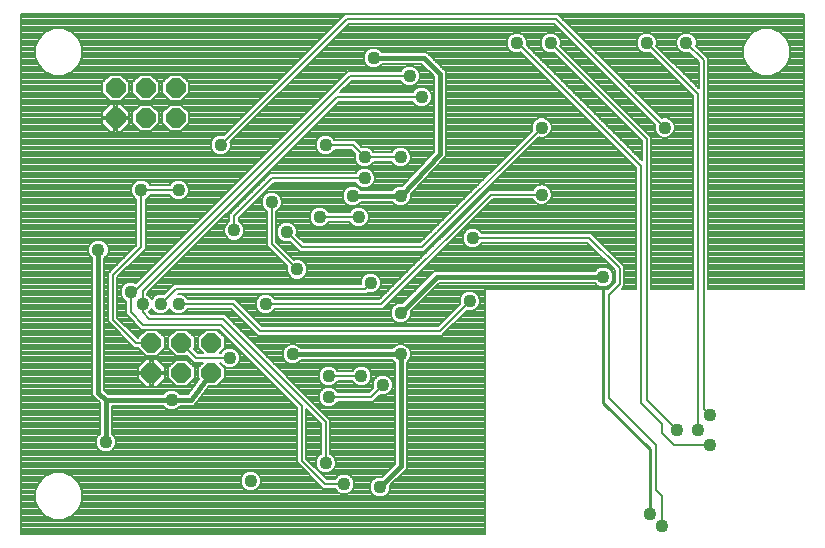
<source format=gbl>
G75*
G70*
%OFA0B0*%
%FSLAX24Y24*%
%IPPOS*%
%LPD*%
%AMOC8*
5,1,8,0,0,1.08239X$1,22.5*
%
%ADD10OC8,0.0640*%
%ADD11C,0.0080*%
%ADD12C,0.0436*%
%ADD13C,0.0100*%
%ADD14C,0.0160*%
D10*
X006629Y009703D03*
X007629Y009703D03*
X008629Y009703D03*
X008629Y010703D03*
X007629Y010703D03*
X006629Y010703D03*
X006437Y018203D03*
X007437Y018203D03*
X007437Y019203D03*
X006437Y019203D03*
X005437Y019203D03*
X005437Y018203D03*
D11*
X002277Y021663D02*
X002277Y004343D01*
X017737Y004343D01*
X017737Y012503D01*
X021860Y012503D01*
X022077Y012719D01*
X022077Y013130D01*
X021164Y014043D01*
X017636Y014043D01*
X017623Y014011D01*
X017528Y013916D01*
X017404Y013865D01*
X017269Y013865D01*
X017145Y013916D01*
X017050Y014011D01*
X016999Y014136D01*
X016999Y014270D01*
X017050Y014394D01*
X017145Y014489D01*
X017269Y014541D01*
X017404Y014541D01*
X017528Y014489D01*
X017623Y014394D01*
X017636Y014363D01*
X021297Y014363D01*
X021390Y014269D01*
X022397Y013263D01*
X022397Y013130D01*
X022397Y012587D01*
X022313Y012503D01*
X022777Y012503D01*
X022777Y016537D01*
X018928Y020385D01*
X018878Y020365D01*
X018743Y020365D01*
X018619Y020416D01*
X018524Y020511D01*
X018473Y020636D01*
X018473Y020770D01*
X018524Y020894D01*
X018619Y020989D01*
X018743Y021041D01*
X018878Y021041D01*
X019002Y020989D01*
X019097Y020894D01*
X019149Y020770D01*
X019149Y020636D01*
X019143Y020622D01*
X022977Y016789D01*
X022977Y017437D01*
X020035Y020378D01*
X020004Y020365D01*
X019869Y020365D01*
X019745Y020416D01*
X019650Y020511D01*
X019599Y020636D01*
X019599Y020770D01*
X019650Y020894D01*
X019745Y020989D01*
X019869Y021041D01*
X020004Y021041D01*
X020128Y020989D01*
X020223Y020894D01*
X020275Y020770D01*
X020275Y020636D01*
X020262Y020604D01*
X023297Y017569D01*
X023297Y017437D01*
X023297Y012503D01*
X024677Y012503D01*
X024677Y018937D01*
X023235Y020378D01*
X023204Y020365D01*
X023069Y020365D01*
X022945Y020416D01*
X022850Y020511D01*
X022799Y020636D01*
X022799Y020770D01*
X022850Y020894D01*
X022945Y020989D01*
X023069Y021041D01*
X023204Y021041D01*
X023328Y020989D01*
X023423Y020894D01*
X023475Y020770D01*
X023475Y020636D01*
X023462Y020604D01*
X024877Y019189D01*
X024877Y020063D01*
X024561Y020378D01*
X024530Y020365D01*
X024395Y020365D01*
X024271Y020416D01*
X024176Y020511D01*
X024125Y020636D01*
X024125Y020770D01*
X024176Y020894D01*
X024271Y020989D01*
X024395Y021041D01*
X024530Y021041D01*
X024654Y020989D01*
X024749Y020894D01*
X024801Y020770D01*
X024801Y020636D01*
X024788Y020604D01*
X025197Y020195D01*
X025197Y020063D01*
X025197Y012503D01*
X028397Y012503D01*
X028397Y021663D01*
X002277Y021663D01*
X002277Y021639D02*
X013047Y021639D01*
X013070Y021663D02*
X012977Y021569D01*
X009035Y017628D01*
X009004Y017641D01*
X008869Y017641D01*
X008745Y017589D01*
X008650Y017494D01*
X008599Y017370D01*
X008599Y017236D01*
X008650Y017111D01*
X008745Y017016D01*
X008869Y016965D01*
X009004Y016965D01*
X009128Y017016D01*
X009223Y017111D01*
X009275Y017236D01*
X009275Y017370D01*
X009262Y017402D01*
X013203Y021343D01*
X014774Y021343D01*
X020050Y021343D01*
X023412Y017982D01*
X023399Y017950D01*
X023399Y017816D01*
X023450Y017691D01*
X023545Y017596D01*
X023669Y017545D01*
X023804Y017545D01*
X023928Y017596D01*
X024023Y017691D01*
X024075Y017816D01*
X024075Y017950D01*
X024023Y018074D01*
X023928Y018169D01*
X023804Y018221D01*
X023669Y018221D01*
X023638Y018208D01*
X020183Y021663D01*
X020050Y021663D01*
X014774Y021663D01*
X013070Y021663D01*
X012969Y021561D02*
X002277Y021561D01*
X002277Y021482D02*
X012890Y021482D01*
X012811Y021404D02*
X002277Y021404D01*
X002277Y021325D02*
X012733Y021325D01*
X012654Y021247D02*
X002277Y021247D01*
X002277Y021168D02*
X003320Y021168D01*
X003380Y021193D02*
X003089Y021073D01*
X002867Y020850D01*
X002747Y020560D01*
X002747Y020246D01*
X002867Y019955D01*
X003089Y019733D01*
X003380Y019613D01*
X003694Y019613D01*
X003984Y019733D01*
X004206Y019955D01*
X004327Y020246D01*
X004327Y020560D01*
X004206Y020850D01*
X003984Y021073D01*
X003694Y021193D01*
X003380Y021193D01*
X003131Y021090D02*
X002277Y021090D01*
X002277Y021011D02*
X003028Y021011D01*
X002949Y020933D02*
X002277Y020933D01*
X002277Y020854D02*
X002871Y020854D01*
X002836Y020775D02*
X002277Y020775D01*
X002277Y020697D02*
X002803Y020697D01*
X002771Y020618D02*
X002277Y020618D01*
X002277Y020540D02*
X002747Y020540D01*
X002747Y020461D02*
X002277Y020461D01*
X002277Y020383D02*
X002747Y020383D01*
X002747Y020304D02*
X002277Y020304D01*
X002277Y020226D02*
X002755Y020226D01*
X002787Y020147D02*
X002277Y020147D01*
X002277Y020069D02*
X002820Y020069D01*
X002853Y019990D02*
X002277Y019990D01*
X002277Y019911D02*
X002911Y019911D01*
X002989Y019833D02*
X002277Y019833D01*
X002277Y019754D02*
X003068Y019754D01*
X003227Y019676D02*
X002277Y019676D01*
X002277Y019597D02*
X005209Y019597D01*
X005254Y019643D02*
X004997Y019385D01*
X004997Y019021D01*
X005254Y018763D01*
X005619Y018763D01*
X005877Y019021D01*
X005877Y019385D01*
X005619Y019643D01*
X005254Y019643D01*
X005130Y019519D02*
X002277Y019519D01*
X002277Y019440D02*
X005052Y019440D01*
X004997Y019362D02*
X002277Y019362D01*
X002277Y019283D02*
X004997Y019283D01*
X004997Y019205D02*
X002277Y019205D01*
X002277Y019126D02*
X004997Y019126D01*
X004997Y019048D02*
X002277Y019048D01*
X002277Y018969D02*
X005048Y018969D01*
X005127Y018890D02*
X002277Y018890D01*
X002277Y018812D02*
X005205Y018812D01*
X005246Y018663D02*
X004977Y018393D01*
X004977Y018243D01*
X005396Y018243D01*
X005396Y018163D01*
X004977Y018163D01*
X004977Y018012D01*
X005246Y017743D01*
X005397Y017743D01*
X005397Y018163D01*
X005477Y018163D01*
X005477Y018243D01*
X005897Y018243D01*
X005897Y018393D01*
X005627Y018663D01*
X005477Y018663D01*
X005477Y018243D01*
X005397Y018243D01*
X005397Y018663D01*
X005246Y018663D01*
X005238Y018655D02*
X002277Y018655D01*
X002277Y018733D02*
X010141Y018733D01*
X010062Y018655D02*
X005635Y018655D01*
X005714Y018576D02*
X006188Y018576D01*
X006254Y018643D02*
X005997Y018385D01*
X005997Y018021D01*
X006254Y017763D01*
X006619Y017763D01*
X006877Y018021D01*
X006877Y018385D01*
X006619Y018643D01*
X006254Y018643D01*
X006254Y018763D02*
X006619Y018763D01*
X006877Y019021D01*
X006877Y019385D01*
X006619Y019643D01*
X006254Y019643D01*
X005997Y019385D01*
X005997Y019021D01*
X006254Y018763D01*
X006205Y018812D02*
X005668Y018812D01*
X005746Y018890D02*
X006127Y018890D01*
X006048Y018969D02*
X005825Y018969D01*
X005877Y019048D02*
X005997Y019048D01*
X005997Y019126D02*
X005877Y019126D01*
X005877Y019205D02*
X005997Y019205D01*
X005997Y019283D02*
X005877Y019283D01*
X005877Y019362D02*
X005997Y019362D01*
X006052Y019440D02*
X005821Y019440D01*
X005743Y019519D02*
X006130Y019519D01*
X006209Y019597D02*
X005664Y019597D01*
X006664Y019597D02*
X007209Y019597D01*
X007254Y019643D02*
X006997Y019385D01*
X006997Y019021D01*
X007254Y018763D01*
X007619Y018763D01*
X007877Y019021D01*
X007877Y019385D01*
X007619Y019643D01*
X007254Y019643D01*
X007130Y019519D02*
X006743Y019519D01*
X006821Y019440D02*
X007052Y019440D01*
X006997Y019362D02*
X006877Y019362D01*
X006877Y019283D02*
X006997Y019283D01*
X006997Y019205D02*
X006877Y019205D01*
X006877Y019126D02*
X006997Y019126D01*
X006997Y019048D02*
X006877Y019048D01*
X006825Y018969D02*
X007048Y018969D01*
X007127Y018890D02*
X006746Y018890D01*
X006668Y018812D02*
X007205Y018812D01*
X007254Y018643D02*
X006997Y018385D01*
X006997Y018021D01*
X007254Y017763D01*
X007619Y017763D01*
X007877Y018021D01*
X007877Y018385D01*
X007619Y018643D01*
X007254Y018643D01*
X007188Y018576D02*
X006685Y018576D01*
X006764Y018498D02*
X007109Y018498D01*
X007031Y018419D02*
X006843Y018419D01*
X006877Y018341D02*
X006997Y018341D01*
X006997Y018262D02*
X006877Y018262D01*
X006877Y018184D02*
X006997Y018184D01*
X006997Y018105D02*
X006877Y018105D01*
X006877Y018026D02*
X006997Y018026D01*
X007069Y017948D02*
X006804Y017948D01*
X006725Y017869D02*
X007148Y017869D01*
X007226Y017791D02*
X006647Y017791D01*
X006226Y017791D02*
X005675Y017791D01*
X005627Y017743D02*
X005897Y018012D01*
X005897Y018163D01*
X005477Y018163D01*
X005477Y017743D01*
X005627Y017743D01*
X005477Y017791D02*
X005397Y017791D01*
X005397Y017869D02*
X005477Y017869D01*
X005477Y017948D02*
X005397Y017948D01*
X005397Y018026D02*
X005477Y018026D01*
X005477Y018105D02*
X005397Y018105D01*
X005396Y018184D02*
X002277Y018184D01*
X002277Y018262D02*
X004977Y018262D01*
X004977Y018341D02*
X002277Y018341D01*
X002277Y018419D02*
X005003Y018419D01*
X005081Y018498D02*
X002277Y018498D01*
X002277Y018576D02*
X005160Y018576D01*
X005397Y018576D02*
X005477Y018576D01*
X005477Y018498D02*
X005397Y018498D01*
X005397Y018419D02*
X005477Y018419D01*
X005477Y018341D02*
X005397Y018341D01*
X005397Y018262D02*
X005477Y018262D01*
X005477Y018184D02*
X005997Y018184D01*
X005997Y018262D02*
X005897Y018262D01*
X005897Y018341D02*
X005997Y018341D01*
X006031Y018419D02*
X005871Y018419D01*
X005792Y018498D02*
X006109Y018498D01*
X005997Y018105D02*
X005897Y018105D01*
X005897Y018026D02*
X005997Y018026D01*
X006069Y017948D02*
X005832Y017948D01*
X005754Y017869D02*
X006148Y017869D01*
X005198Y017791D02*
X002277Y017791D01*
X002277Y017869D02*
X005120Y017869D01*
X005041Y017948D02*
X002277Y017948D01*
X002277Y018026D02*
X004977Y018026D01*
X004977Y018105D02*
X002277Y018105D01*
X002277Y017712D02*
X009120Y017712D01*
X009041Y017634D02*
X009021Y017634D01*
X008852Y017634D02*
X002277Y017634D01*
X002277Y017555D02*
X008711Y017555D01*
X008643Y017477D02*
X002277Y017477D01*
X002277Y017398D02*
X008610Y017398D01*
X008599Y017320D02*
X002277Y017320D01*
X002277Y017241D02*
X008599Y017241D01*
X008629Y017162D02*
X002277Y017162D01*
X002277Y017084D02*
X008677Y017084D01*
X008771Y017005D02*
X002277Y017005D01*
X002277Y016927D02*
X010334Y016927D01*
X010256Y016848D02*
X002277Y016848D01*
X002277Y016770D02*
X010177Y016770D01*
X010099Y016691D02*
X002277Y016691D01*
X002277Y016613D02*
X010020Y016613D01*
X009942Y016534D02*
X002277Y016534D01*
X002277Y016456D02*
X009863Y016456D01*
X009785Y016377D02*
X002277Y016377D01*
X002277Y016299D02*
X009706Y016299D01*
X009628Y016220D02*
X002277Y016220D01*
X002277Y016141D02*
X009549Y016141D01*
X009471Y016063D02*
X007755Y016063D01*
X007728Y016089D02*
X007604Y016141D01*
X007469Y016141D01*
X007345Y016089D01*
X007250Y015994D01*
X007237Y015963D01*
X006586Y015963D01*
X006573Y015994D01*
X006478Y016089D01*
X006354Y016141D01*
X006219Y016141D01*
X006095Y016089D01*
X006000Y015994D01*
X005949Y015870D01*
X005949Y015736D01*
X006000Y015611D01*
X006095Y015516D01*
X006127Y015503D01*
X006127Y013969D01*
X005177Y013019D01*
X005177Y012887D01*
X005177Y011418D01*
X005270Y011324D01*
X006051Y010543D01*
X006184Y010543D01*
X006189Y010543D01*
X006189Y010521D01*
X006447Y010263D01*
X006811Y010263D01*
X007069Y010521D01*
X007069Y010885D01*
X006811Y011143D01*
X006447Y011143D01*
X006189Y010885D01*
X006189Y010863D01*
X006184Y010863D01*
X005497Y011550D01*
X005497Y012887D01*
X006353Y013743D01*
X006447Y013837D01*
X006447Y015503D01*
X006478Y015516D01*
X006573Y015611D01*
X006586Y015643D01*
X007237Y015643D01*
X007250Y015611D01*
X007345Y015516D01*
X007469Y015465D01*
X007604Y015465D01*
X007728Y015516D01*
X007823Y015611D01*
X007875Y015736D01*
X007875Y015870D01*
X007823Y015994D01*
X007728Y016089D01*
X007827Y015984D02*
X009392Y015984D01*
X009313Y015906D02*
X007860Y015906D01*
X007875Y015827D02*
X009235Y015827D01*
X009156Y015749D02*
X007875Y015749D01*
X007848Y015670D02*
X009078Y015670D01*
X008999Y015592D02*
X007804Y015592D01*
X007721Y015513D02*
X008921Y015513D01*
X008842Y015435D02*
X006447Y015435D01*
X006447Y015356D02*
X008764Y015356D01*
X008685Y015277D02*
X006447Y015277D01*
X006447Y015199D02*
X008607Y015199D01*
X008528Y015120D02*
X006447Y015120D01*
X006447Y015042D02*
X008449Y015042D01*
X008371Y014963D02*
X006447Y014963D01*
X006447Y014885D02*
X008292Y014885D01*
X008214Y014806D02*
X006447Y014806D01*
X006447Y014728D02*
X008135Y014728D01*
X008057Y014649D02*
X006447Y014649D01*
X006447Y014571D02*
X007978Y014571D01*
X007900Y014492D02*
X006447Y014492D01*
X006447Y014413D02*
X007821Y014413D01*
X007743Y014335D02*
X006447Y014335D01*
X006447Y014256D02*
X007664Y014256D01*
X007585Y014178D02*
X006447Y014178D01*
X006447Y014099D02*
X007507Y014099D01*
X007428Y014021D02*
X006447Y014021D01*
X006447Y013942D02*
X007350Y013942D01*
X007271Y013864D02*
X006447Y013864D01*
X006395Y013785D02*
X007193Y013785D01*
X007114Y013707D02*
X006317Y013707D01*
X006238Y013628D02*
X007036Y013628D01*
X006957Y013549D02*
X006160Y013549D01*
X006081Y013471D02*
X006879Y013471D01*
X006800Y013392D02*
X006003Y013392D01*
X005924Y013314D02*
X006721Y013314D01*
X006643Y013235D02*
X005845Y013235D01*
X005767Y013157D02*
X006564Y013157D01*
X006486Y013078D02*
X005688Y013078D01*
X005610Y013000D02*
X006407Y013000D01*
X006329Y012921D02*
X005531Y012921D01*
X005497Y012843D02*
X006250Y012843D01*
X006172Y012764D02*
X005497Y012764D01*
X005497Y012686D02*
X005741Y012686D01*
X005745Y012689D02*
X005650Y012594D01*
X005599Y012470D01*
X005599Y012336D01*
X005650Y012211D01*
X005745Y012116D01*
X005777Y012103D01*
X005777Y011661D01*
X005870Y011567D01*
X006295Y011143D01*
X006427Y011143D01*
X008870Y011143D01*
X011477Y008537D01*
X011477Y006718D01*
X011570Y006624D01*
X012351Y005843D01*
X012484Y005843D01*
X012757Y005843D01*
X012770Y005811D01*
X012865Y005716D01*
X012989Y005665D01*
X013124Y005665D01*
X013248Y005716D01*
X013343Y005811D01*
X013395Y005936D01*
X013395Y006070D01*
X013343Y006194D01*
X013248Y006289D01*
X013124Y006341D01*
X012989Y006341D01*
X012865Y006289D01*
X012770Y006194D01*
X012757Y006163D01*
X012484Y006163D01*
X011797Y006850D01*
X011797Y008496D01*
X012277Y008016D01*
X012277Y007002D01*
X012245Y006989D01*
X012150Y006894D01*
X012099Y006770D01*
X012099Y006636D01*
X012150Y006511D01*
X012245Y006416D01*
X012369Y006365D01*
X012504Y006365D01*
X012628Y006416D01*
X012723Y006511D01*
X012775Y006636D01*
X012775Y006770D01*
X012723Y006894D01*
X012628Y006989D01*
X012597Y007002D01*
X012597Y008016D01*
X012597Y008149D01*
X009176Y011569D01*
X009083Y011663D01*
X006626Y011663D01*
X006551Y011739D01*
X006623Y011811D01*
X006637Y011844D01*
X006650Y011811D01*
X006745Y011716D01*
X006869Y011665D01*
X007004Y011665D01*
X007128Y011716D01*
X007223Y011811D01*
X007237Y011844D01*
X007250Y011811D01*
X007345Y011716D01*
X007469Y011665D01*
X007604Y011665D01*
X007728Y011716D01*
X007823Y011811D01*
X007836Y011843D01*
X009289Y011843D01*
X010189Y010943D01*
X010322Y010943D01*
X016303Y010943D01*
X016397Y011037D01*
X017138Y011778D01*
X017169Y011765D01*
X017304Y011765D01*
X017428Y011816D01*
X017523Y011911D01*
X017575Y012036D01*
X017575Y012170D01*
X017523Y012294D01*
X017428Y012389D01*
X017304Y012441D01*
X017169Y012441D01*
X017045Y012389D01*
X016950Y012294D01*
X016899Y012170D01*
X016899Y012036D01*
X016912Y012004D01*
X016170Y011263D01*
X010322Y011263D01*
X009422Y012163D01*
X009289Y012163D01*
X007836Y012163D01*
X007823Y012194D01*
X007728Y012289D01*
X007604Y012341D01*
X007501Y012341D01*
X007503Y012343D01*
X013803Y012343D01*
X013838Y012378D01*
X013869Y012365D01*
X014004Y012365D01*
X014128Y012416D01*
X014223Y012511D01*
X014275Y012636D01*
X014275Y012770D01*
X014223Y012894D01*
X014128Y012989D01*
X014004Y013041D01*
X013869Y013041D01*
X013745Y012989D01*
X013650Y012894D01*
X013599Y012770D01*
X013599Y012663D01*
X007503Y012663D01*
X007370Y012663D01*
X007035Y012328D01*
X007004Y012341D01*
X006869Y012341D01*
X006745Y012289D01*
X006650Y012194D01*
X006637Y012162D01*
X006623Y012194D01*
X006528Y012289D01*
X006497Y012303D01*
X006497Y012358D01*
X012881Y018743D01*
X015337Y018743D01*
X015350Y018711D01*
X015445Y018616D01*
X015569Y018565D01*
X015704Y018565D01*
X015828Y018616D01*
X015923Y018711D01*
X015975Y018836D01*
X015975Y018970D01*
X015923Y019094D01*
X015828Y019189D01*
X015704Y019241D01*
X015569Y019241D01*
X015445Y019189D01*
X015350Y019094D01*
X015337Y019063D01*
X012923Y019063D01*
X013303Y019443D01*
X014937Y019443D01*
X014950Y019411D01*
X015045Y019316D01*
X015169Y019265D01*
X015304Y019265D01*
X015428Y019316D01*
X015523Y019411D01*
X015575Y019536D01*
X015575Y019670D01*
X015523Y019794D01*
X015428Y019889D01*
X015304Y019941D01*
X015169Y019941D01*
X015045Y019889D01*
X014950Y019794D01*
X014937Y019763D01*
X013170Y019763D01*
X013077Y019669D01*
X006106Y012699D01*
X006004Y012741D01*
X005869Y012741D01*
X005745Y012689D01*
X005663Y012607D02*
X005497Y012607D01*
X005497Y012528D02*
X005623Y012528D01*
X005599Y012450D02*
X005497Y012450D01*
X005497Y012371D02*
X005599Y012371D01*
X005616Y012293D02*
X005497Y012293D01*
X005497Y012214D02*
X005649Y012214D01*
X005726Y012136D02*
X005497Y012136D01*
X005497Y012057D02*
X005777Y012057D01*
X005777Y011979D02*
X005497Y011979D01*
X005497Y011900D02*
X005777Y011900D01*
X005777Y011822D02*
X005497Y011822D01*
X005497Y011743D02*
X005777Y011743D01*
X005777Y011664D02*
X005497Y011664D01*
X005497Y011586D02*
X005852Y011586D01*
X005930Y011507D02*
X005539Y011507D01*
X005618Y011429D02*
X006009Y011429D01*
X006087Y011350D02*
X005696Y011350D01*
X005775Y011272D02*
X006166Y011272D01*
X006244Y011193D02*
X005854Y011193D01*
X005932Y011115D02*
X006418Y011115D01*
X006340Y011036D02*
X006011Y011036D01*
X006089Y010958D02*
X006261Y010958D01*
X006189Y010879D02*
X006168Y010879D01*
X006118Y010703D02*
X005337Y011484D01*
X005337Y012953D01*
X006287Y013903D01*
X006287Y015803D01*
X007537Y015803D01*
X007319Y016063D02*
X006505Y016063D01*
X006577Y015984D02*
X007246Y015984D01*
X007270Y015592D02*
X006554Y015592D01*
X006471Y015513D02*
X007353Y015513D01*
X006127Y015435D02*
X002277Y015435D01*
X002277Y015513D02*
X006103Y015513D01*
X006020Y015592D02*
X002277Y015592D01*
X002277Y015670D02*
X005976Y015670D01*
X005949Y015749D02*
X002277Y015749D01*
X002277Y015827D02*
X005949Y015827D01*
X005963Y015906D02*
X002277Y015906D01*
X002277Y015984D02*
X005996Y015984D01*
X006069Y016063D02*
X002277Y016063D01*
X002277Y015356D02*
X006127Y015356D01*
X006127Y015277D02*
X002277Y015277D01*
X002277Y015199D02*
X006127Y015199D01*
X006127Y015120D02*
X002277Y015120D01*
X002277Y015042D02*
X006127Y015042D01*
X006127Y014963D02*
X002277Y014963D01*
X002277Y014885D02*
X006127Y014885D01*
X006127Y014806D02*
X002277Y014806D01*
X002277Y014728D02*
X006127Y014728D01*
X006127Y014649D02*
X002277Y014649D01*
X002277Y014571D02*
X006127Y014571D01*
X006127Y014492D02*
X002277Y014492D01*
X002277Y014413D02*
X006127Y014413D01*
X006127Y014335D02*
X002277Y014335D01*
X002277Y014256D02*
X006127Y014256D01*
X006127Y014178D02*
X002277Y014178D01*
X002277Y014099D02*
X004695Y014099D01*
X004671Y014089D02*
X004576Y013994D01*
X004525Y013870D01*
X004525Y013736D01*
X004576Y013611D01*
X004663Y013525D01*
X004663Y008968D01*
X004780Y008851D01*
X004911Y008720D01*
X004911Y007681D01*
X004824Y007594D01*
X004773Y007470D01*
X004773Y007336D01*
X004824Y007211D01*
X004919Y007116D01*
X005043Y007065D01*
X005178Y007065D01*
X005302Y007116D01*
X005397Y007211D01*
X005449Y007336D01*
X005449Y007470D01*
X005397Y007594D01*
X005311Y007681D01*
X005311Y008603D01*
X007021Y008603D01*
X007107Y008516D01*
X007232Y008465D01*
X007366Y008465D01*
X007490Y008516D01*
X007577Y008603D01*
X007869Y008603D01*
X007880Y008594D01*
X007950Y008603D01*
X008020Y008603D01*
X008030Y008613D01*
X008045Y008615D01*
X008087Y008671D01*
X008137Y008720D01*
X008137Y008735D01*
X008543Y009263D01*
X008811Y009263D01*
X009069Y009521D01*
X009069Y009885D01*
X008911Y010043D01*
X008937Y010043D01*
X008950Y010011D01*
X009045Y009916D01*
X009169Y009865D01*
X009304Y009865D01*
X009428Y009916D01*
X009523Y010011D01*
X009575Y010136D01*
X009575Y010270D01*
X009523Y010394D01*
X009428Y010489D01*
X009304Y010541D01*
X009169Y010541D01*
X009045Y010489D01*
X008950Y010394D01*
X008937Y010363D01*
X008911Y010363D01*
X009069Y010521D01*
X009069Y010885D01*
X008811Y011143D01*
X008447Y011143D01*
X008189Y010885D01*
X008189Y010521D01*
X008347Y010363D01*
X008195Y010363D01*
X008053Y010505D01*
X008069Y010521D01*
X008069Y010885D01*
X007811Y011143D01*
X007447Y011143D01*
X007189Y010885D01*
X007189Y010521D01*
X007447Y010263D01*
X007811Y010263D01*
X007827Y010279D01*
X008063Y010043D01*
X008195Y010043D01*
X008347Y010043D01*
X008189Y009885D01*
X008189Y009521D01*
X008216Y009494D01*
X007838Y009003D01*
X007577Y009003D01*
X007490Y009089D01*
X007366Y009141D01*
X007232Y009141D01*
X007107Y009089D01*
X007021Y009003D01*
X005194Y009003D01*
X005063Y009134D01*
X005063Y013525D01*
X005149Y013611D01*
X005201Y013736D01*
X005201Y013870D01*
X005149Y013994D01*
X005054Y014089D01*
X004930Y014141D01*
X004795Y014141D01*
X004671Y014089D01*
X004602Y014021D02*
X002277Y014021D01*
X002277Y013942D02*
X004554Y013942D01*
X004525Y013864D02*
X002277Y013864D01*
X002277Y013785D02*
X004525Y013785D01*
X004537Y013707D02*
X002277Y013707D01*
X002277Y013628D02*
X004569Y013628D01*
X004638Y013549D02*
X002277Y013549D01*
X002277Y013471D02*
X004663Y013471D01*
X004663Y013392D02*
X002277Y013392D01*
X002277Y013314D02*
X004663Y013314D01*
X004663Y013235D02*
X002277Y013235D01*
X002277Y013157D02*
X004663Y013157D01*
X004663Y013078D02*
X002277Y013078D01*
X002277Y013000D02*
X004663Y013000D01*
X004663Y012921D02*
X002277Y012921D01*
X002277Y012843D02*
X004663Y012843D01*
X004663Y012764D02*
X002277Y012764D01*
X002277Y012686D02*
X004663Y012686D01*
X004663Y012607D02*
X002277Y012607D01*
X002277Y012528D02*
X004663Y012528D01*
X004663Y012450D02*
X002277Y012450D01*
X002277Y012371D02*
X004663Y012371D01*
X004663Y012293D02*
X002277Y012293D01*
X002277Y012214D02*
X004663Y012214D01*
X004663Y012136D02*
X002277Y012136D01*
X002277Y012057D02*
X004663Y012057D01*
X004663Y011979D02*
X002277Y011979D01*
X002277Y011900D02*
X004663Y011900D01*
X004663Y011822D02*
X002277Y011822D01*
X002277Y011743D02*
X004663Y011743D01*
X004663Y011664D02*
X002277Y011664D01*
X002277Y011586D02*
X004663Y011586D01*
X004663Y011507D02*
X002277Y011507D01*
X002277Y011429D02*
X004663Y011429D01*
X004663Y011350D02*
X002277Y011350D01*
X002277Y011272D02*
X004663Y011272D01*
X004663Y011193D02*
X002277Y011193D01*
X002277Y011115D02*
X004663Y011115D01*
X004663Y011036D02*
X002277Y011036D01*
X002277Y010958D02*
X004663Y010958D01*
X004663Y010879D02*
X002277Y010879D01*
X002277Y010800D02*
X004663Y010800D01*
X004663Y010722D02*
X002277Y010722D01*
X002277Y010643D02*
X004663Y010643D01*
X004663Y010565D02*
X002277Y010565D01*
X002277Y010486D02*
X004663Y010486D01*
X004663Y010408D02*
X002277Y010408D01*
X002277Y010329D02*
X004663Y010329D01*
X004663Y010251D02*
X002277Y010251D01*
X002277Y010172D02*
X004663Y010172D01*
X004663Y010094D02*
X002277Y010094D01*
X002277Y010015D02*
X004663Y010015D01*
X004663Y009936D02*
X002277Y009936D01*
X002277Y009858D02*
X004663Y009858D01*
X004663Y009779D02*
X002277Y009779D01*
X002277Y009701D02*
X004663Y009701D01*
X004663Y009622D02*
X002277Y009622D01*
X002277Y009544D02*
X004663Y009544D01*
X004663Y009465D02*
X002277Y009465D01*
X002277Y009387D02*
X004663Y009387D01*
X004663Y009308D02*
X002277Y009308D01*
X002277Y009230D02*
X004663Y009230D01*
X004663Y009151D02*
X002277Y009151D01*
X002277Y009073D02*
X004663Y009073D01*
X004663Y008994D02*
X002277Y008994D01*
X002277Y008915D02*
X004715Y008915D01*
X004794Y008837D02*
X002277Y008837D01*
X002277Y008758D02*
X004872Y008758D01*
X004911Y008680D02*
X002277Y008680D01*
X002277Y008601D02*
X004911Y008601D01*
X004911Y008523D02*
X002277Y008523D01*
X002277Y008444D02*
X004911Y008444D01*
X004911Y008366D02*
X002277Y008366D01*
X002277Y008287D02*
X004911Y008287D01*
X004911Y008209D02*
X002277Y008209D01*
X002277Y008130D02*
X004911Y008130D01*
X004911Y008051D02*
X002277Y008051D01*
X002277Y007973D02*
X004911Y007973D01*
X004911Y007894D02*
X002277Y007894D01*
X002277Y007816D02*
X004911Y007816D01*
X004911Y007737D02*
X002277Y007737D01*
X002277Y007659D02*
X004889Y007659D01*
X004818Y007580D02*
X002277Y007580D01*
X002277Y007502D02*
X004786Y007502D01*
X004773Y007423D02*
X002277Y007423D01*
X002277Y007345D02*
X004773Y007345D01*
X004801Y007266D02*
X002277Y007266D01*
X002277Y007187D02*
X004848Y007187D01*
X004937Y007109D02*
X002277Y007109D01*
X002277Y007030D02*
X011477Y007030D01*
X011477Y006952D02*
X002277Y006952D01*
X002277Y006873D02*
X011477Y006873D01*
X011477Y006795D02*
X002277Y006795D01*
X002277Y006716D02*
X011478Y006716D01*
X011557Y006638D02*
X002277Y006638D01*
X002277Y006559D02*
X011635Y006559D01*
X011714Y006481D02*
X002277Y006481D01*
X002277Y006402D02*
X009776Y006402D01*
X009745Y006389D02*
X009650Y006294D01*
X009599Y006170D01*
X009599Y006036D01*
X009650Y005911D01*
X009745Y005816D01*
X009869Y005765D01*
X010004Y005765D01*
X010128Y005816D01*
X010223Y005911D01*
X010275Y006036D01*
X010275Y006170D01*
X010223Y006294D01*
X010128Y006389D01*
X010004Y006441D01*
X009869Y006441D01*
X009745Y006389D01*
X009679Y006324D02*
X003861Y006324D01*
X003984Y006273D02*
X003694Y006393D01*
X003380Y006393D01*
X003089Y006273D01*
X002867Y006050D01*
X002747Y005760D01*
X002747Y005446D01*
X002867Y005155D01*
X003089Y004933D01*
X003380Y004813D01*
X003694Y004813D01*
X003984Y004933D01*
X004206Y005155D01*
X004327Y005446D01*
X004327Y005760D01*
X004206Y006050D01*
X003984Y006273D01*
X004012Y006245D02*
X009630Y006245D01*
X009599Y006166D02*
X004090Y006166D01*
X004169Y006088D02*
X009599Y006088D01*
X009609Y006009D02*
X004223Y006009D01*
X004256Y005931D02*
X009642Y005931D01*
X009709Y005852D02*
X004288Y005852D01*
X004321Y005774D02*
X009848Y005774D01*
X010026Y005774D02*
X012808Y005774D01*
X012916Y005695D02*
X004327Y005695D01*
X004327Y005617D02*
X014055Y005617D01*
X014055Y005616D02*
X014179Y005565D01*
X014314Y005565D01*
X014438Y005616D01*
X014533Y005711D01*
X014585Y005836D01*
X014585Y005958D01*
X015137Y006510D01*
X015137Y006676D01*
X015137Y010051D01*
X015223Y010137D01*
X015275Y010262D01*
X015275Y010396D01*
X015223Y010520D01*
X015128Y010615D01*
X015004Y010667D01*
X014869Y010667D01*
X014745Y010615D01*
X014659Y010529D01*
X011615Y010529D01*
X011528Y010615D01*
X011404Y010667D01*
X011269Y010667D01*
X011145Y010615D01*
X011050Y010520D01*
X010999Y010396D01*
X010999Y010262D01*
X011050Y010137D01*
X011145Y010042D01*
X011269Y009991D01*
X011404Y009991D01*
X011528Y010042D01*
X011615Y010129D01*
X014659Y010129D01*
X014737Y010051D01*
X014737Y006676D01*
X014302Y006241D01*
X014179Y006241D01*
X014055Y006189D01*
X013960Y006094D01*
X013909Y005970D01*
X013909Y005836D01*
X013960Y005711D01*
X014055Y005616D01*
X013976Y005695D02*
X013197Y005695D01*
X013306Y005774D02*
X013934Y005774D01*
X013909Y005852D02*
X013360Y005852D01*
X013393Y005931D02*
X013909Y005931D01*
X013925Y006009D02*
X013395Y006009D01*
X013387Y006088D02*
X013957Y006088D01*
X014032Y006166D02*
X013355Y006166D01*
X013293Y006245D02*
X014306Y006245D01*
X014385Y006324D02*
X013166Y006324D01*
X012947Y006324D02*
X012323Y006324D01*
X012279Y006402D02*
X012245Y006402D01*
X012181Y006481D02*
X012166Y006481D01*
X012130Y006559D02*
X012088Y006559D01*
X012099Y006638D02*
X012009Y006638D01*
X011931Y006716D02*
X012099Y006716D01*
X012109Y006795D02*
X011852Y006795D01*
X011797Y006873D02*
X012141Y006873D01*
X012208Y006952D02*
X011797Y006952D01*
X011797Y007030D02*
X012277Y007030D01*
X012277Y007109D02*
X011797Y007109D01*
X011797Y007187D02*
X012277Y007187D01*
X012277Y007266D02*
X011797Y007266D01*
X011797Y007345D02*
X012277Y007345D01*
X012277Y007423D02*
X011797Y007423D01*
X011797Y007502D02*
X012277Y007502D01*
X012277Y007580D02*
X011797Y007580D01*
X011797Y007659D02*
X012277Y007659D01*
X012277Y007737D02*
X011797Y007737D01*
X011797Y007816D02*
X012277Y007816D01*
X012277Y007894D02*
X011797Y007894D01*
X011797Y007973D02*
X012277Y007973D01*
X012242Y008051D02*
X011797Y008051D01*
X011797Y008130D02*
X012163Y008130D01*
X012084Y008209D02*
X011797Y008209D01*
X011797Y008287D02*
X012006Y008287D01*
X011927Y008366D02*
X011797Y008366D01*
X011797Y008444D02*
X011849Y008444D01*
X011637Y008603D02*
X008937Y011303D01*
X006361Y011303D01*
X005937Y011727D01*
X005937Y012403D01*
X006037Y012403D01*
X013237Y019603D01*
X015237Y019603D01*
X015575Y019597D02*
X016035Y019597D01*
X016037Y019596D02*
X016037Y017081D01*
X014978Y015941D01*
X014869Y015941D01*
X014745Y015889D01*
X014659Y015803D01*
X013615Y015803D01*
X013528Y015889D01*
X013404Y015941D01*
X013269Y015941D01*
X013145Y015889D01*
X013050Y015794D01*
X012999Y015670D01*
X010847Y015670D01*
X010828Y015689D02*
X010923Y015594D01*
X010975Y015470D01*
X010975Y015336D01*
X010923Y015211D01*
X010828Y015116D01*
X010797Y015103D01*
X010797Y014069D01*
X011388Y013478D01*
X011419Y013491D01*
X011554Y013491D01*
X011678Y013439D01*
X011773Y013344D01*
X011825Y013220D01*
X011825Y013086D01*
X011773Y012961D01*
X011678Y012866D01*
X011554Y012815D01*
X011419Y012815D01*
X011295Y012866D01*
X011200Y012961D01*
X011149Y013086D01*
X011149Y013220D01*
X011162Y013252D01*
X010477Y013937D01*
X010477Y014069D01*
X010477Y015103D01*
X010445Y015116D01*
X010350Y015211D01*
X010299Y015336D01*
X010299Y015470D01*
X010350Y015594D01*
X010445Y015689D01*
X010569Y015741D01*
X010704Y015741D01*
X010828Y015689D01*
X010924Y015592D02*
X012999Y015592D01*
X012999Y015536D02*
X013050Y015411D01*
X013145Y015316D01*
X013269Y015265D01*
X013404Y015265D01*
X013528Y015316D01*
X013615Y015403D01*
X014659Y015403D01*
X014745Y015316D01*
X014869Y015265D01*
X015004Y015265D01*
X015128Y015316D01*
X015223Y015411D01*
X015275Y015536D01*
X015275Y015670D01*
X015274Y015672D01*
X016380Y016864D01*
X016437Y016920D01*
X016437Y016924D01*
X016440Y016927D01*
X016437Y017006D01*
X016437Y019596D01*
X016437Y019761D01*
X015912Y020286D01*
X015795Y020403D01*
X014315Y020403D01*
X014228Y020489D01*
X014104Y020541D01*
X013969Y020541D01*
X013845Y020489D01*
X013750Y020394D01*
X013699Y020270D01*
X013699Y020136D01*
X013750Y020011D01*
X013845Y019916D01*
X013969Y019865D01*
X014104Y019865D01*
X014228Y019916D01*
X014315Y020003D01*
X015630Y020003D01*
X016037Y019596D01*
X016037Y019519D02*
X015568Y019519D01*
X015535Y019440D02*
X016037Y019440D01*
X016037Y019362D02*
X015474Y019362D01*
X015348Y019283D02*
X016037Y019283D01*
X016037Y019205D02*
X015792Y019205D01*
X015892Y019126D02*
X016037Y019126D01*
X016037Y019048D02*
X015943Y019048D01*
X015975Y018969D02*
X016037Y018969D01*
X016037Y018890D02*
X015975Y018890D01*
X015965Y018812D02*
X016037Y018812D01*
X016037Y018733D02*
X015932Y018733D01*
X015867Y018655D02*
X016037Y018655D01*
X016037Y018576D02*
X015732Y018576D01*
X015542Y018576D02*
X012715Y018576D01*
X012793Y018655D02*
X015407Y018655D01*
X015341Y018733D02*
X012872Y018733D01*
X012815Y018903D02*
X006337Y012424D01*
X006337Y012003D01*
X006337Y011726D01*
X006560Y011503D01*
X009016Y011503D01*
X012437Y008083D01*
X012437Y006703D01*
X012775Y006716D02*
X014737Y006716D01*
X014737Y006795D02*
X012765Y006795D01*
X012732Y006873D02*
X014737Y006873D01*
X014737Y006952D02*
X012666Y006952D01*
X012597Y007030D02*
X014737Y007030D01*
X014737Y007109D02*
X012597Y007109D01*
X012597Y007187D02*
X014737Y007187D01*
X014737Y007266D02*
X012597Y007266D01*
X012597Y007345D02*
X014737Y007345D01*
X014737Y007423D02*
X012597Y007423D01*
X012597Y007502D02*
X014737Y007502D01*
X014737Y007580D02*
X012597Y007580D01*
X012597Y007659D02*
X014737Y007659D01*
X014737Y007737D02*
X012597Y007737D01*
X012597Y007816D02*
X014737Y007816D01*
X014737Y007894D02*
X012597Y007894D01*
X012597Y007973D02*
X014737Y007973D01*
X014737Y008051D02*
X012597Y008051D01*
X012597Y008130D02*
X014737Y008130D01*
X014737Y008209D02*
X012537Y008209D01*
X012458Y008287D02*
X014737Y008287D01*
X014737Y008366D02*
X012380Y008366D01*
X012301Y008444D02*
X014737Y008444D01*
X014737Y008523D02*
X012223Y008523D01*
X012144Y008601D02*
X012381Y008601D01*
X012345Y008616D02*
X012469Y008565D01*
X012604Y008565D01*
X012728Y008616D01*
X012823Y008711D01*
X012836Y008743D01*
X013870Y008743D01*
X014003Y008743D01*
X014238Y008978D01*
X014269Y008965D01*
X014404Y008965D01*
X014528Y009016D01*
X014623Y009111D01*
X014675Y009236D01*
X014675Y009370D01*
X014623Y009494D01*
X014528Y009589D01*
X014404Y009641D01*
X014269Y009641D01*
X014145Y009589D01*
X014050Y009494D01*
X013999Y009370D01*
X013999Y009236D01*
X014012Y009204D01*
X013870Y009063D01*
X012836Y009063D01*
X012823Y009094D01*
X012728Y009189D01*
X012604Y009241D01*
X012469Y009241D01*
X012345Y009189D01*
X012250Y009094D01*
X012199Y008970D01*
X012199Y008836D01*
X012250Y008711D01*
X012345Y008616D01*
X012282Y008680D02*
X012066Y008680D01*
X011987Y008758D02*
X012231Y008758D01*
X012199Y008837D02*
X011909Y008837D01*
X011830Y008915D02*
X012199Y008915D01*
X012209Y008994D02*
X011752Y008994D01*
X011673Y009073D02*
X012241Y009073D01*
X012307Y009151D02*
X011594Y009151D01*
X011516Y009230D02*
X012442Y009230D01*
X012469Y009265D02*
X012604Y009265D01*
X012728Y009316D01*
X012823Y009411D01*
X012836Y009443D01*
X013327Y009443D01*
X013340Y009411D01*
X013435Y009316D01*
X013559Y009265D01*
X013694Y009265D01*
X013818Y009316D01*
X013913Y009411D01*
X013965Y009536D01*
X013965Y009670D01*
X013913Y009794D01*
X013818Y009889D01*
X013694Y009941D01*
X013559Y009941D01*
X013435Y009889D01*
X013340Y009794D01*
X013327Y009763D01*
X012836Y009763D01*
X012823Y009794D01*
X012728Y009889D01*
X012604Y009941D01*
X012469Y009941D01*
X012345Y009889D01*
X012250Y009794D01*
X012199Y009670D01*
X012199Y009536D01*
X012250Y009411D01*
X012345Y009316D01*
X012469Y009265D01*
X012365Y009308D02*
X011437Y009308D01*
X011359Y009387D02*
X012275Y009387D01*
X012228Y009465D02*
X011280Y009465D01*
X011202Y009544D02*
X012199Y009544D01*
X012199Y009622D02*
X011123Y009622D01*
X011045Y009701D02*
X012211Y009701D01*
X012244Y009779D02*
X010966Y009779D01*
X010888Y009858D02*
X012314Y009858D01*
X012459Y009936D02*
X010809Y009936D01*
X010730Y010015D02*
X011211Y010015D01*
X011094Y010094D02*
X010652Y010094D01*
X010573Y010172D02*
X011036Y010172D01*
X011003Y010251D02*
X010495Y010251D01*
X010416Y010329D02*
X010999Y010329D01*
X011003Y010408D02*
X010338Y010408D01*
X010259Y010486D02*
X011036Y010486D01*
X011095Y010565D02*
X010181Y010565D01*
X010102Y010643D02*
X011213Y010643D01*
X011461Y010643D02*
X014813Y010643D01*
X014695Y010565D02*
X011579Y010565D01*
X011580Y010094D02*
X014694Y010094D01*
X014737Y010015D02*
X011463Y010015D01*
X010705Y009308D02*
X008856Y009308D01*
X008935Y009387D02*
X010627Y009387D01*
X010548Y009465D02*
X009013Y009465D01*
X009069Y009544D02*
X010469Y009544D01*
X010391Y009622D02*
X009069Y009622D01*
X009069Y009701D02*
X010312Y009701D01*
X010234Y009779D02*
X009069Y009779D01*
X009069Y009858D02*
X010155Y009858D01*
X010077Y009936D02*
X009449Y009936D01*
X009525Y010015D02*
X009998Y010015D01*
X009920Y010094D02*
X009557Y010094D01*
X009575Y010172D02*
X009841Y010172D01*
X009763Y010251D02*
X009575Y010251D01*
X009550Y010329D02*
X009684Y010329D01*
X009605Y010408D02*
X009510Y010408D01*
X009527Y010486D02*
X009431Y010486D01*
X009448Y010565D02*
X009069Y010565D01*
X009069Y010643D02*
X009370Y010643D01*
X009291Y010722D02*
X009069Y010722D01*
X009069Y010800D02*
X009213Y010800D01*
X009134Y010879D02*
X009069Y010879D01*
X009056Y010958D02*
X008996Y010958D01*
X008977Y011036D02*
X008918Y011036D01*
X008899Y011115D02*
X008839Y011115D01*
X009317Y011429D02*
X009703Y011429D01*
X009625Y011507D02*
X009238Y011507D01*
X009160Y011586D02*
X009546Y011586D01*
X009468Y011664D02*
X006625Y011664D01*
X006555Y011743D02*
X006718Y011743D01*
X006646Y011822D02*
X006628Y011822D01*
X006937Y012003D02*
X007437Y012503D01*
X013737Y012503D01*
X013937Y012703D01*
X014245Y012843D02*
X014905Y012843D01*
X014984Y012921D02*
X014196Y012921D01*
X014104Y013000D02*
X015062Y013000D01*
X015141Y013078D02*
X011822Y013078D01*
X011825Y013157D02*
X015219Y013157D01*
X015298Y013235D02*
X011818Y013235D01*
X011786Y013314D02*
X015376Y013314D01*
X015455Y013392D02*
X011725Y013392D01*
X011602Y013471D02*
X015534Y013471D01*
X015612Y013549D02*
X011316Y013549D01*
X011238Y013628D02*
X015691Y013628D01*
X015769Y013707D02*
X011159Y013707D01*
X011081Y013785D02*
X011528Y013785D01*
X011570Y013743D02*
X015590Y013743D01*
X015723Y013743D01*
X016223Y014243D01*
X019538Y017558D01*
X019569Y017545D01*
X019704Y017545D01*
X019828Y017596D01*
X019923Y017691D01*
X019975Y017816D01*
X019975Y017950D01*
X019923Y018074D01*
X019828Y018169D01*
X019704Y018221D01*
X019569Y018221D01*
X019445Y018169D01*
X019350Y018074D01*
X019299Y017950D01*
X019299Y017816D01*
X019312Y017784D01*
X015997Y014469D01*
X015590Y014063D01*
X011703Y014063D01*
X011462Y014304D01*
X011475Y014336D01*
X011475Y014470D01*
X011423Y014594D01*
X011328Y014689D01*
X011204Y014741D01*
X011069Y014741D01*
X010945Y014689D01*
X010850Y014594D01*
X010799Y014470D01*
X010799Y014336D01*
X010850Y014211D01*
X010945Y014116D01*
X011069Y014065D01*
X011204Y014065D01*
X011235Y014078D01*
X011477Y013837D01*
X011477Y013837D01*
X011570Y013743D01*
X011450Y013864D02*
X011002Y013864D01*
X010924Y013942D02*
X011371Y013942D01*
X011293Y014021D02*
X010845Y014021D01*
X010797Y014099D02*
X010986Y014099D01*
X010884Y014178D02*
X010797Y014178D01*
X010797Y014256D02*
X010831Y014256D01*
X010799Y014335D02*
X010797Y014335D01*
X010797Y014413D02*
X010799Y014413D01*
X010797Y014492D02*
X010808Y014492D01*
X010797Y014571D02*
X010840Y014571D01*
X010797Y014649D02*
X010905Y014649D01*
X010797Y014728D02*
X011037Y014728D01*
X011236Y014728D02*
X011943Y014728D01*
X011950Y014711D02*
X012045Y014616D01*
X012169Y014565D01*
X012304Y014565D01*
X012428Y014616D01*
X012523Y014711D01*
X012536Y014743D01*
X013237Y014743D01*
X013250Y014711D01*
X013345Y014616D01*
X013469Y014565D01*
X013604Y014565D01*
X013728Y014616D01*
X013823Y014711D01*
X013875Y014836D01*
X013875Y014970D01*
X013823Y015094D01*
X013728Y015189D01*
X013604Y015241D01*
X013469Y015241D01*
X013345Y015189D01*
X013250Y015094D01*
X013237Y015063D01*
X012536Y015063D01*
X012523Y015094D01*
X012428Y015189D01*
X012304Y015241D01*
X012169Y015241D01*
X012045Y015189D01*
X011950Y015094D01*
X011899Y014970D01*
X011899Y014836D01*
X011950Y014711D01*
X012012Y014649D02*
X011369Y014649D01*
X011433Y014571D02*
X012155Y014571D01*
X012318Y014571D02*
X013455Y014571D01*
X013312Y014649D02*
X012461Y014649D01*
X012530Y014728D02*
X013243Y014728D01*
X013537Y014903D02*
X012237Y014903D01*
X011928Y015042D02*
X010797Y015042D01*
X010797Y014963D02*
X011899Y014963D01*
X011899Y014885D02*
X010797Y014885D01*
X010797Y014806D02*
X011911Y014806D01*
X011976Y015120D02*
X010832Y015120D01*
X010911Y015199D02*
X012068Y015199D01*
X012405Y015199D02*
X013368Y015199D01*
X013435Y015277D02*
X014839Y015277D01*
X014705Y015356D02*
X013568Y015356D01*
X013705Y015199D02*
X016727Y015199D01*
X016805Y015277D02*
X015035Y015277D01*
X015168Y015356D02*
X016884Y015356D01*
X016962Y015435D02*
X015233Y015435D01*
X015265Y015513D02*
X017041Y015513D01*
X017119Y015592D02*
X015275Y015592D01*
X015275Y015670D02*
X017198Y015670D01*
X017276Y015749D02*
X015345Y015749D01*
X015418Y015827D02*
X017355Y015827D01*
X017433Y015906D02*
X015491Y015906D01*
X015564Y015984D02*
X017512Y015984D01*
X017591Y016063D02*
X015637Y016063D01*
X015710Y016141D02*
X017669Y016141D01*
X017748Y016220D02*
X015783Y016220D01*
X015856Y016299D02*
X017826Y016299D01*
X017905Y016377D02*
X015928Y016377D01*
X016001Y016456D02*
X017983Y016456D01*
X018062Y016534D02*
X016074Y016534D01*
X016147Y016613D02*
X018140Y016613D01*
X018219Y016691D02*
X016220Y016691D01*
X016293Y016770D02*
X018297Y016770D01*
X018376Y016848D02*
X016366Y016848D01*
X016439Y016927D02*
X018454Y016927D01*
X018533Y017005D02*
X016437Y017005D01*
X016437Y017084D02*
X018612Y017084D01*
X018690Y017162D02*
X016437Y017162D01*
X016437Y017241D02*
X018769Y017241D01*
X018847Y017320D02*
X016437Y017320D01*
X016437Y017398D02*
X018926Y017398D01*
X019004Y017477D02*
X016437Y017477D01*
X016437Y017555D02*
X019083Y017555D01*
X019161Y017634D02*
X016437Y017634D01*
X016437Y017712D02*
X019240Y017712D01*
X019309Y017791D02*
X016437Y017791D01*
X016437Y017869D02*
X019299Y017869D01*
X019299Y017948D02*
X016437Y017948D01*
X016437Y018026D02*
X019330Y018026D01*
X019381Y018105D02*
X016437Y018105D01*
X016437Y018184D02*
X019479Y018184D01*
X019794Y018184D02*
X021130Y018184D01*
X021051Y018262D02*
X016437Y018262D01*
X016437Y018341D02*
X020973Y018341D01*
X020894Y018419D02*
X016437Y018419D01*
X016437Y018498D02*
X020816Y018498D01*
X020737Y018576D02*
X016437Y018576D01*
X016437Y018655D02*
X020658Y018655D01*
X020580Y018733D02*
X016437Y018733D01*
X016437Y018812D02*
X020501Y018812D01*
X020423Y018890D02*
X016437Y018890D01*
X016437Y018969D02*
X020344Y018969D01*
X020266Y019048D02*
X016437Y019048D01*
X016437Y019126D02*
X020187Y019126D01*
X020109Y019205D02*
X016437Y019205D01*
X016437Y019283D02*
X020030Y019283D01*
X019952Y019362D02*
X016437Y019362D01*
X016437Y019440D02*
X019873Y019440D01*
X019794Y019519D02*
X016437Y019519D01*
X016437Y019597D02*
X019716Y019597D01*
X019637Y019676D02*
X016437Y019676D01*
X016437Y019754D02*
X019559Y019754D01*
X019480Y019833D02*
X016365Y019833D01*
X016287Y019911D02*
X019402Y019911D01*
X019323Y019990D02*
X016208Y019990D01*
X016129Y020069D02*
X019245Y020069D01*
X019166Y020147D02*
X016051Y020147D01*
X015972Y020226D02*
X019088Y020226D01*
X019009Y020304D02*
X015894Y020304D01*
X015815Y020383D02*
X018700Y020383D01*
X018574Y020461D02*
X014256Y020461D01*
X014107Y020540D02*
X018512Y020540D01*
X018480Y020618D02*
X012478Y020618D01*
X012400Y020540D02*
X013967Y020540D01*
X013817Y020461D02*
X012321Y020461D01*
X012243Y020383D02*
X013745Y020383D01*
X013713Y020304D02*
X012164Y020304D01*
X012086Y020226D02*
X013699Y020226D01*
X013699Y020147D02*
X012007Y020147D01*
X011929Y020069D02*
X013726Y020069D01*
X013771Y019990D02*
X011850Y019990D01*
X011772Y019911D02*
X013856Y019911D01*
X014217Y019911D02*
X015098Y019911D01*
X014989Y019833D02*
X011693Y019833D01*
X011614Y019754D02*
X013162Y019754D01*
X013083Y019676D02*
X011536Y019676D01*
X011457Y019597D02*
X013005Y019597D01*
X012926Y019519D02*
X011379Y019519D01*
X011300Y019440D02*
X012848Y019440D01*
X012769Y019362D02*
X011222Y019362D01*
X011143Y019283D02*
X012691Y019283D01*
X012612Y019205D02*
X011065Y019205D01*
X010986Y019126D02*
X012534Y019126D01*
X012455Y019048D02*
X010908Y019048D01*
X010829Y018969D02*
X012377Y018969D01*
X012298Y018890D02*
X010751Y018890D01*
X010672Y018812D02*
X012220Y018812D01*
X012141Y018733D02*
X010593Y018733D01*
X010515Y018655D02*
X012062Y018655D01*
X011984Y018576D02*
X010436Y018576D01*
X010358Y018498D02*
X011905Y018498D01*
X011827Y018419D02*
X010279Y018419D01*
X010201Y018341D02*
X011748Y018341D01*
X011670Y018262D02*
X010122Y018262D01*
X010044Y018184D02*
X011591Y018184D01*
X011513Y018105D02*
X009965Y018105D01*
X009887Y018026D02*
X011434Y018026D01*
X011356Y017948D02*
X009808Y017948D01*
X009729Y017869D02*
X011277Y017869D01*
X011198Y017791D02*
X009651Y017791D01*
X009572Y017712D02*
X011120Y017712D01*
X011041Y017634D02*
X009494Y017634D01*
X009415Y017555D02*
X010963Y017555D01*
X010884Y017477D02*
X009337Y017477D01*
X009263Y017398D02*
X010806Y017398D01*
X010727Y017320D02*
X009275Y017320D01*
X009275Y017241D02*
X010649Y017241D01*
X010570Y017162D02*
X009244Y017162D01*
X009196Y017084D02*
X010492Y017084D01*
X010413Y017005D02*
X009102Y017005D01*
X008937Y017303D02*
X013137Y021503D01*
X014707Y021503D01*
X020117Y021503D01*
X023737Y017883D01*
X024075Y017869D02*
X024677Y017869D01*
X024677Y017791D02*
X024064Y017791D01*
X024032Y017712D02*
X024677Y017712D01*
X024677Y017634D02*
X023966Y017634D01*
X023829Y017555D02*
X024677Y017555D01*
X024677Y017477D02*
X023297Y017477D01*
X023297Y017555D02*
X023644Y017555D01*
X023508Y017634D02*
X023232Y017634D01*
X023153Y017712D02*
X023441Y017712D01*
X023409Y017791D02*
X023075Y017791D01*
X022996Y017869D02*
X023399Y017869D01*
X023399Y017948D02*
X022918Y017948D01*
X022839Y018026D02*
X023367Y018026D01*
X023288Y018105D02*
X022761Y018105D01*
X022682Y018184D02*
X023210Y018184D01*
X023131Y018262D02*
X022604Y018262D01*
X022525Y018341D02*
X023053Y018341D01*
X022974Y018419D02*
X022447Y018419D01*
X022368Y018498D02*
X022896Y018498D01*
X022817Y018576D02*
X022289Y018576D01*
X022211Y018655D02*
X022738Y018655D01*
X022660Y018733D02*
X022132Y018733D01*
X022054Y018812D02*
X022581Y018812D01*
X022503Y018890D02*
X021975Y018890D01*
X021897Y018969D02*
X022424Y018969D01*
X022346Y019048D02*
X021818Y019048D01*
X021740Y019126D02*
X022267Y019126D01*
X022189Y019205D02*
X021661Y019205D01*
X021583Y019283D02*
X022110Y019283D01*
X022032Y019362D02*
X021504Y019362D01*
X021426Y019440D02*
X021953Y019440D01*
X021874Y019519D02*
X021347Y019519D01*
X021268Y019597D02*
X021796Y019597D01*
X021717Y019676D02*
X021190Y019676D01*
X021111Y019754D02*
X021639Y019754D01*
X021560Y019833D02*
X021033Y019833D01*
X020954Y019911D02*
X021482Y019911D01*
X021403Y019990D02*
X020876Y019990D01*
X020797Y020069D02*
X021325Y020069D01*
X021246Y020147D02*
X020719Y020147D01*
X020640Y020226D02*
X021168Y020226D01*
X021089Y020304D02*
X020562Y020304D01*
X020483Y020383D02*
X021010Y020383D01*
X020932Y020461D02*
X020404Y020461D01*
X020326Y020540D02*
X020853Y020540D01*
X020775Y020618D02*
X020268Y020618D01*
X020275Y020697D02*
X020696Y020697D01*
X020618Y020775D02*
X020273Y020775D01*
X020240Y020854D02*
X020539Y020854D01*
X020461Y020933D02*
X020185Y020933D01*
X020076Y021011D02*
X020382Y021011D01*
X020304Y021090D02*
X012950Y021090D01*
X013028Y021168D02*
X020225Y021168D01*
X020146Y021247D02*
X013107Y021247D01*
X013185Y021325D02*
X020068Y021325D01*
X020285Y021561D02*
X028397Y021561D01*
X028397Y021639D02*
X020206Y021639D01*
X020363Y021482D02*
X028397Y021482D01*
X028397Y021404D02*
X020442Y021404D01*
X020520Y021325D02*
X028397Y021325D01*
X028397Y021247D02*
X020599Y021247D01*
X020678Y021168D02*
X026920Y021168D01*
X026980Y021193D02*
X026689Y021073D01*
X026467Y020850D01*
X026347Y020560D01*
X026347Y020246D01*
X026467Y019955D01*
X026689Y019733D01*
X026980Y019613D01*
X027294Y019613D01*
X027584Y019733D01*
X027806Y019955D01*
X027927Y020246D01*
X027927Y020560D01*
X027806Y020850D01*
X027584Y021073D01*
X027294Y021193D01*
X026980Y021193D01*
X026731Y021090D02*
X020756Y021090D01*
X020835Y021011D02*
X022997Y021011D01*
X022888Y020933D02*
X020913Y020933D01*
X020992Y020854D02*
X022833Y020854D01*
X022801Y020775D02*
X021070Y020775D01*
X021149Y020697D02*
X022799Y020697D01*
X022806Y020618D02*
X021227Y020618D01*
X021306Y020540D02*
X022838Y020540D01*
X022900Y020461D02*
X021384Y020461D01*
X021463Y020383D02*
X023026Y020383D01*
X023309Y020304D02*
X021542Y020304D01*
X021620Y020226D02*
X023388Y020226D01*
X023466Y020147D02*
X021699Y020147D01*
X021777Y020069D02*
X023545Y020069D01*
X023623Y019990D02*
X021856Y019990D01*
X021934Y019911D02*
X023702Y019911D01*
X023780Y019833D02*
X022013Y019833D01*
X022091Y019754D02*
X023859Y019754D01*
X023937Y019676D02*
X022170Y019676D01*
X022248Y019597D02*
X024016Y019597D01*
X024094Y019519D02*
X022327Y019519D01*
X022406Y019440D02*
X024173Y019440D01*
X024252Y019362D02*
X022484Y019362D01*
X022563Y019283D02*
X024330Y019283D01*
X024409Y019205D02*
X022641Y019205D01*
X022720Y019126D02*
X024487Y019126D01*
X024566Y019048D02*
X022798Y019048D01*
X022877Y018969D02*
X024644Y018969D01*
X024677Y018890D02*
X022955Y018890D01*
X023034Y018812D02*
X024677Y018812D01*
X024677Y018733D02*
X023112Y018733D01*
X023191Y018655D02*
X024677Y018655D01*
X024677Y018576D02*
X023269Y018576D01*
X023348Y018498D02*
X024677Y018498D01*
X024677Y018419D02*
X023427Y018419D01*
X023505Y018341D02*
X024677Y018341D01*
X024677Y018262D02*
X023584Y018262D01*
X023894Y018184D02*
X024677Y018184D01*
X024677Y018105D02*
X023993Y018105D01*
X024043Y018026D02*
X024677Y018026D01*
X024677Y017948D02*
X024075Y017948D01*
X024677Y017398D02*
X023297Y017398D01*
X023297Y017320D02*
X024677Y017320D01*
X024677Y017241D02*
X023297Y017241D01*
X023297Y017162D02*
X024677Y017162D01*
X024677Y017084D02*
X023297Y017084D01*
X023297Y017005D02*
X024677Y017005D01*
X024677Y016927D02*
X023297Y016927D01*
X023297Y016848D02*
X024677Y016848D01*
X024677Y016770D02*
X023297Y016770D01*
X023297Y016691D02*
X024677Y016691D01*
X024677Y016613D02*
X023297Y016613D01*
X023297Y016534D02*
X024677Y016534D01*
X024677Y016456D02*
X023297Y016456D01*
X023297Y016377D02*
X024677Y016377D01*
X024677Y016299D02*
X023297Y016299D01*
X023297Y016220D02*
X024677Y016220D01*
X024677Y016141D02*
X023297Y016141D01*
X023297Y016063D02*
X024677Y016063D01*
X024677Y015984D02*
X023297Y015984D01*
X023297Y015906D02*
X024677Y015906D01*
X024677Y015827D02*
X023297Y015827D01*
X023297Y015749D02*
X024677Y015749D01*
X024677Y015670D02*
X023297Y015670D01*
X023297Y015592D02*
X024677Y015592D01*
X024677Y015513D02*
X023297Y015513D01*
X023297Y015435D02*
X024677Y015435D01*
X024677Y015356D02*
X023297Y015356D01*
X023297Y015277D02*
X024677Y015277D01*
X024677Y015199D02*
X023297Y015199D01*
X023297Y015120D02*
X024677Y015120D01*
X024677Y015042D02*
X023297Y015042D01*
X023297Y014963D02*
X024677Y014963D01*
X024677Y014885D02*
X023297Y014885D01*
X023297Y014806D02*
X024677Y014806D01*
X024677Y014728D02*
X023297Y014728D01*
X023297Y014649D02*
X024677Y014649D01*
X024677Y014571D02*
X023297Y014571D01*
X023297Y014492D02*
X024677Y014492D01*
X024677Y014413D02*
X023297Y014413D01*
X023297Y014335D02*
X024677Y014335D01*
X024677Y014256D02*
X023297Y014256D01*
X023297Y014178D02*
X024677Y014178D01*
X024677Y014099D02*
X023297Y014099D01*
X023297Y014021D02*
X024677Y014021D01*
X024677Y013942D02*
X023297Y013942D01*
X023297Y013864D02*
X024677Y013864D01*
X024677Y013785D02*
X023297Y013785D01*
X023297Y013707D02*
X024677Y013707D01*
X024677Y013628D02*
X023297Y013628D01*
X023297Y013549D02*
X024677Y013549D01*
X024677Y013471D02*
X023297Y013471D01*
X023297Y013392D02*
X024677Y013392D01*
X024677Y013314D02*
X023297Y013314D01*
X023297Y013235D02*
X024677Y013235D01*
X024677Y013157D02*
X023297Y013157D01*
X023297Y013078D02*
X024677Y013078D01*
X024677Y013000D02*
X023297Y013000D01*
X023297Y012921D02*
X024677Y012921D01*
X024677Y012843D02*
X023297Y012843D01*
X023297Y012764D02*
X024677Y012764D01*
X024677Y012686D02*
X023297Y012686D01*
X023297Y012607D02*
X024677Y012607D01*
X024677Y012528D02*
X023297Y012528D01*
X022777Y012528D02*
X022339Y012528D01*
X022397Y012607D02*
X022777Y012607D01*
X022777Y012686D02*
X022397Y012686D01*
X022397Y012764D02*
X022777Y012764D01*
X022777Y012843D02*
X022397Y012843D01*
X022397Y012921D02*
X022777Y012921D01*
X022777Y013000D02*
X022397Y013000D01*
X022397Y013078D02*
X022777Y013078D01*
X022777Y013157D02*
X022397Y013157D01*
X022397Y013235D02*
X022777Y013235D01*
X022777Y013314D02*
X022346Y013314D01*
X022267Y013392D02*
X022777Y013392D01*
X022777Y013471D02*
X022189Y013471D01*
X022110Y013549D02*
X022777Y013549D01*
X022777Y013628D02*
X022031Y013628D01*
X021953Y013707D02*
X022777Y013707D01*
X022777Y013785D02*
X021874Y013785D01*
X021796Y013864D02*
X022777Y013864D01*
X022777Y013942D02*
X021717Y013942D01*
X021639Y014021D02*
X022777Y014021D01*
X022777Y014099D02*
X021560Y014099D01*
X021482Y014178D02*
X022777Y014178D01*
X022777Y014256D02*
X021403Y014256D01*
X021325Y014335D02*
X022777Y014335D01*
X022777Y014413D02*
X017604Y014413D01*
X017522Y014492D02*
X022777Y014492D01*
X022777Y014571D02*
X017086Y014571D01*
X017151Y014492D02*
X017007Y014492D01*
X017069Y014413D02*
X016929Y014413D01*
X016850Y014335D02*
X017025Y014335D01*
X016999Y014256D02*
X016771Y014256D01*
X016693Y014178D02*
X016999Y014178D01*
X017014Y014099D02*
X016614Y014099D01*
X016536Y014021D02*
X017046Y014021D01*
X017119Y013942D02*
X016457Y013942D01*
X016379Y013864D02*
X021343Y013864D01*
X021265Y013942D02*
X017554Y013942D01*
X017627Y014021D02*
X021186Y014021D01*
X021230Y014203D02*
X017337Y014203D01*
X017164Y014649D02*
X022777Y014649D01*
X022777Y014728D02*
X017243Y014728D01*
X017321Y014806D02*
X022777Y014806D01*
X022777Y014885D02*
X017400Y014885D01*
X017478Y014963D02*
X022777Y014963D01*
X022777Y015042D02*
X017557Y015042D01*
X017635Y015120D02*
X022777Y015120D01*
X022777Y015199D02*
X017714Y015199D01*
X017793Y015277D02*
X022777Y015277D01*
X022777Y015356D02*
X019816Y015356D01*
X019828Y015361D02*
X019923Y015456D01*
X019975Y015581D01*
X019975Y015715D01*
X019923Y015839D01*
X019828Y015934D01*
X019704Y015986D01*
X019569Y015986D01*
X019445Y015934D01*
X019350Y015839D01*
X019337Y015808D01*
X017870Y015808D01*
X017777Y015714D01*
X014225Y012163D01*
X010736Y012163D01*
X010723Y012194D01*
X010628Y012289D01*
X010504Y012341D01*
X010369Y012341D01*
X010245Y012289D01*
X010150Y012194D01*
X010099Y012070D01*
X010099Y011936D01*
X010150Y011811D01*
X010245Y011716D01*
X010369Y011665D01*
X010504Y011665D01*
X010628Y011716D01*
X010723Y011811D01*
X010736Y011843D01*
X014225Y011843D01*
X014358Y011843D01*
X018003Y015488D01*
X019337Y015488D01*
X019350Y015456D01*
X019445Y015361D01*
X019569Y015310D01*
X019704Y015310D01*
X019828Y015361D01*
X019902Y015435D02*
X022777Y015435D01*
X022777Y015513D02*
X019947Y015513D01*
X019975Y015592D02*
X022777Y015592D01*
X022777Y015670D02*
X019975Y015670D01*
X019961Y015749D02*
X022777Y015749D01*
X022777Y015827D02*
X019928Y015827D01*
X019857Y015906D02*
X022777Y015906D01*
X022777Y015984D02*
X019708Y015984D01*
X019566Y015984D02*
X017964Y015984D01*
X017886Y015906D02*
X019416Y015906D01*
X019345Y015827D02*
X017807Y015827D01*
X017811Y015749D02*
X017729Y015749D01*
X017733Y015670D02*
X017650Y015670D01*
X017654Y015592D02*
X017572Y015592D01*
X017576Y015513D02*
X017493Y015513D01*
X017497Y015435D02*
X017415Y015435D01*
X017419Y015356D02*
X017336Y015356D01*
X017340Y015277D02*
X017258Y015277D01*
X017261Y015199D02*
X017179Y015199D01*
X017183Y015120D02*
X017100Y015120D01*
X017104Y015042D02*
X017022Y015042D01*
X017026Y014963D02*
X016943Y014963D01*
X016947Y014885D02*
X016865Y014885D01*
X016869Y014806D02*
X016786Y014806D01*
X016790Y014728D02*
X016708Y014728D01*
X016712Y014649D02*
X016629Y014649D01*
X016633Y014571D02*
X016551Y014571D01*
X016555Y014492D02*
X016472Y014492D01*
X016476Y014413D02*
X016394Y014413D01*
X016398Y014335D02*
X016315Y014335D01*
X016319Y014256D02*
X016236Y014256D01*
X016223Y014243D02*
X016223Y014243D01*
X016240Y014178D02*
X016158Y014178D01*
X016162Y014099D02*
X016079Y014099D01*
X016083Y014021D02*
X016001Y014021D01*
X016005Y013942D02*
X015922Y013942D01*
X015926Y013864D02*
X015844Y013864D01*
X015848Y013785D02*
X015765Y013785D01*
X015657Y013903D02*
X016157Y014403D01*
X019637Y017883D01*
X019637Y017903D01*
X019893Y018105D02*
X021208Y018105D01*
X021287Y018026D02*
X019943Y018026D01*
X019975Y017948D02*
X021365Y017948D01*
X021444Y017869D02*
X019975Y017869D01*
X019964Y017791D02*
X021522Y017791D01*
X021601Y017712D02*
X019932Y017712D01*
X019866Y017634D02*
X021679Y017634D01*
X021758Y017555D02*
X019729Y017555D01*
X019544Y017555D02*
X019535Y017555D01*
X019457Y017477D02*
X021837Y017477D01*
X021915Y017398D02*
X019378Y017398D01*
X019300Y017320D02*
X021994Y017320D01*
X022072Y017241D02*
X019221Y017241D01*
X019143Y017162D02*
X022151Y017162D01*
X022229Y017084D02*
X019064Y017084D01*
X018985Y017005D02*
X022308Y017005D01*
X022386Y016927D02*
X018907Y016927D01*
X018828Y016848D02*
X022465Y016848D01*
X022543Y016770D02*
X018750Y016770D01*
X018671Y016691D02*
X022622Y016691D01*
X022701Y016613D02*
X018593Y016613D01*
X018514Y016534D02*
X022777Y016534D01*
X022777Y016456D02*
X018436Y016456D01*
X018357Y016377D02*
X022777Y016377D01*
X022777Y016299D02*
X018279Y016299D01*
X018200Y016220D02*
X022777Y016220D01*
X022777Y016141D02*
X018121Y016141D01*
X018043Y016063D02*
X022777Y016063D01*
X022937Y016603D02*
X018811Y020729D01*
X018811Y020703D01*
X019149Y020697D02*
X019599Y020697D01*
X019601Y020775D02*
X019147Y020775D01*
X019114Y020854D02*
X019633Y020854D01*
X019688Y020933D02*
X019059Y020933D01*
X018950Y021011D02*
X019797Y021011D01*
X019937Y020703D02*
X023137Y017503D01*
X023137Y008803D01*
X024137Y007803D01*
X023646Y007716D02*
X024060Y007303D01*
X025237Y007303D01*
X024837Y007803D02*
X024837Y019003D01*
X023137Y020703D01*
X023475Y020697D02*
X024125Y020697D01*
X024127Y020775D02*
X023473Y020775D01*
X023440Y020854D02*
X024159Y020854D01*
X024214Y020933D02*
X023385Y020933D01*
X023276Y021011D02*
X024323Y021011D01*
X024602Y021011D02*
X026628Y021011D01*
X026549Y020933D02*
X024711Y020933D01*
X024766Y020854D02*
X026471Y020854D01*
X026436Y020775D02*
X024799Y020775D01*
X024801Y020697D02*
X026403Y020697D01*
X026371Y020618D02*
X024794Y020618D01*
X024852Y020540D02*
X026347Y020540D01*
X026347Y020461D02*
X024930Y020461D01*
X025009Y020383D02*
X026347Y020383D01*
X026347Y020304D02*
X025088Y020304D01*
X025166Y020226D02*
X026355Y020226D01*
X026387Y020147D02*
X025197Y020147D01*
X025197Y020069D02*
X026420Y020069D01*
X026453Y019990D02*
X025197Y019990D01*
X025197Y019911D02*
X026511Y019911D01*
X026589Y019833D02*
X025197Y019833D01*
X025197Y019754D02*
X026668Y019754D01*
X026827Y019676D02*
X025197Y019676D01*
X025197Y019597D02*
X028397Y019597D01*
X028397Y019519D02*
X025197Y019519D01*
X025197Y019440D02*
X028397Y019440D01*
X028397Y019362D02*
X025197Y019362D01*
X025197Y019283D02*
X028397Y019283D01*
X028397Y019205D02*
X025197Y019205D01*
X025197Y019126D02*
X028397Y019126D01*
X028397Y019048D02*
X025197Y019048D01*
X025197Y018969D02*
X028397Y018969D01*
X028397Y018890D02*
X025197Y018890D01*
X025197Y018812D02*
X028397Y018812D01*
X028397Y018733D02*
X025197Y018733D01*
X025197Y018655D02*
X028397Y018655D01*
X028397Y018576D02*
X025197Y018576D01*
X025197Y018498D02*
X028397Y018498D01*
X028397Y018419D02*
X025197Y018419D01*
X025197Y018341D02*
X028397Y018341D01*
X028397Y018262D02*
X025197Y018262D01*
X025197Y018184D02*
X028397Y018184D01*
X028397Y018105D02*
X025197Y018105D01*
X025197Y018026D02*
X028397Y018026D01*
X028397Y017948D02*
X025197Y017948D01*
X025197Y017869D02*
X028397Y017869D01*
X028397Y017791D02*
X025197Y017791D01*
X025197Y017712D02*
X028397Y017712D01*
X028397Y017634D02*
X025197Y017634D01*
X025197Y017555D02*
X028397Y017555D01*
X028397Y017477D02*
X025197Y017477D01*
X025197Y017398D02*
X028397Y017398D01*
X028397Y017320D02*
X025197Y017320D01*
X025197Y017241D02*
X028397Y017241D01*
X028397Y017162D02*
X025197Y017162D01*
X025197Y017084D02*
X028397Y017084D01*
X028397Y017005D02*
X025197Y017005D01*
X025197Y016927D02*
X028397Y016927D01*
X028397Y016848D02*
X025197Y016848D01*
X025197Y016770D02*
X028397Y016770D01*
X028397Y016691D02*
X025197Y016691D01*
X025197Y016613D02*
X028397Y016613D01*
X028397Y016534D02*
X025197Y016534D01*
X025197Y016456D02*
X028397Y016456D01*
X028397Y016377D02*
X025197Y016377D01*
X025197Y016299D02*
X028397Y016299D01*
X028397Y016220D02*
X025197Y016220D01*
X025197Y016141D02*
X028397Y016141D01*
X028397Y016063D02*
X025197Y016063D01*
X025197Y015984D02*
X028397Y015984D01*
X028397Y015906D02*
X025197Y015906D01*
X025197Y015827D02*
X028397Y015827D01*
X028397Y015749D02*
X025197Y015749D01*
X025197Y015670D02*
X028397Y015670D01*
X028397Y015592D02*
X025197Y015592D01*
X025197Y015513D02*
X028397Y015513D01*
X028397Y015435D02*
X025197Y015435D01*
X025197Y015356D02*
X028397Y015356D01*
X028397Y015277D02*
X025197Y015277D01*
X025197Y015199D02*
X028397Y015199D01*
X028397Y015120D02*
X025197Y015120D01*
X025197Y015042D02*
X028397Y015042D01*
X028397Y014963D02*
X025197Y014963D01*
X025197Y014885D02*
X028397Y014885D01*
X028397Y014806D02*
X025197Y014806D01*
X025197Y014728D02*
X028397Y014728D01*
X028397Y014649D02*
X025197Y014649D01*
X025197Y014571D02*
X028397Y014571D01*
X028397Y014492D02*
X025197Y014492D01*
X025197Y014413D02*
X028397Y014413D01*
X028397Y014335D02*
X025197Y014335D01*
X025197Y014256D02*
X028397Y014256D01*
X028397Y014178D02*
X025197Y014178D01*
X025197Y014099D02*
X028397Y014099D01*
X028397Y014021D02*
X025197Y014021D01*
X025197Y013942D02*
X028397Y013942D01*
X028397Y013864D02*
X025197Y013864D01*
X025197Y013785D02*
X028397Y013785D01*
X028397Y013707D02*
X025197Y013707D01*
X025197Y013628D02*
X028397Y013628D01*
X028397Y013549D02*
X025197Y013549D01*
X025197Y013471D02*
X028397Y013471D01*
X028397Y013392D02*
X025197Y013392D01*
X025197Y013314D02*
X028397Y013314D01*
X028397Y013235D02*
X025197Y013235D01*
X025197Y013157D02*
X028397Y013157D01*
X028397Y013078D02*
X025197Y013078D01*
X025197Y013000D02*
X028397Y013000D01*
X028397Y012921D02*
X025197Y012921D01*
X025197Y012843D02*
X028397Y012843D01*
X028397Y012764D02*
X025197Y012764D01*
X025197Y012686D02*
X028397Y012686D01*
X028397Y012607D02*
X025197Y012607D01*
X025197Y012528D02*
X028397Y012528D01*
X023337Y008303D02*
X022937Y008712D01*
X022937Y016603D01*
X022917Y016848D02*
X022977Y016848D01*
X022977Y016927D02*
X022839Y016927D01*
X022760Y017005D02*
X022977Y017005D01*
X022977Y017084D02*
X022682Y017084D01*
X022603Y017162D02*
X022977Y017162D01*
X022977Y017241D02*
X022525Y017241D01*
X022446Y017320D02*
X022977Y017320D01*
X022977Y017398D02*
X022368Y017398D01*
X022289Y017477D02*
X022937Y017477D01*
X022858Y017555D02*
X022211Y017555D01*
X022132Y017634D02*
X022779Y017634D01*
X022701Y017712D02*
X022053Y017712D01*
X021975Y017791D02*
X022622Y017791D01*
X022544Y017869D02*
X021896Y017869D01*
X021818Y017948D02*
X022465Y017948D01*
X022387Y018026D02*
X021739Y018026D01*
X021661Y018105D02*
X022308Y018105D01*
X022230Y018184D02*
X021582Y018184D01*
X021504Y018262D02*
X022151Y018262D01*
X022073Y018341D02*
X021425Y018341D01*
X021347Y018419D02*
X021994Y018419D01*
X021916Y018498D02*
X021268Y018498D01*
X021189Y018576D02*
X021837Y018576D01*
X021758Y018655D02*
X021111Y018655D01*
X021032Y018733D02*
X021680Y018733D01*
X021601Y018812D02*
X020954Y018812D01*
X020875Y018890D02*
X021523Y018890D01*
X021444Y018969D02*
X020797Y018969D01*
X020718Y019048D02*
X021366Y019048D01*
X021287Y019126D02*
X020640Y019126D01*
X020561Y019205D02*
X021209Y019205D01*
X021130Y019283D02*
X020483Y019283D01*
X020404Y019362D02*
X021052Y019362D01*
X020973Y019440D02*
X020325Y019440D01*
X020247Y019519D02*
X020894Y019519D01*
X020816Y019597D02*
X020168Y019597D01*
X020090Y019676D02*
X020737Y019676D01*
X020659Y019754D02*
X020011Y019754D01*
X019933Y019833D02*
X020580Y019833D01*
X020502Y019911D02*
X019854Y019911D01*
X019776Y019990D02*
X020423Y019990D01*
X020345Y020069D02*
X019697Y020069D01*
X019619Y020147D02*
X020266Y020147D01*
X020188Y020226D02*
X019540Y020226D01*
X019461Y020304D02*
X020109Y020304D01*
X019826Y020383D02*
X019383Y020383D01*
X019304Y020461D02*
X019700Y020461D01*
X019638Y020540D02*
X019226Y020540D01*
X019147Y020618D02*
X019606Y020618D01*
X018930Y020383D02*
X018921Y020383D01*
X018473Y020697D02*
X012557Y020697D01*
X012636Y020775D02*
X018475Y020775D01*
X018507Y020854D02*
X012714Y020854D01*
X012793Y020933D02*
X018562Y020933D01*
X018671Y021011D02*
X012871Y021011D01*
X012576Y021168D02*
X003753Y021168D01*
X003943Y021090D02*
X012497Y021090D01*
X012419Y021011D02*
X004046Y021011D01*
X004124Y020933D02*
X012340Y020933D01*
X012262Y020854D02*
X004203Y020854D01*
X004237Y020775D02*
X012183Y020775D01*
X012105Y020697D02*
X004270Y020697D01*
X004302Y020618D02*
X012026Y020618D01*
X011947Y020540D02*
X004327Y020540D01*
X004327Y020461D02*
X011869Y020461D01*
X011790Y020383D02*
X004327Y020383D01*
X004327Y020304D02*
X011712Y020304D01*
X011633Y020226D02*
X004318Y020226D01*
X004286Y020147D02*
X011555Y020147D01*
X011476Y020069D02*
X004253Y020069D01*
X004221Y019990D02*
X011398Y019990D01*
X011319Y019911D02*
X004163Y019911D01*
X004084Y019833D02*
X011241Y019833D01*
X011162Y019754D02*
X004005Y019754D01*
X003846Y019676D02*
X011084Y019676D01*
X011005Y019597D02*
X007664Y019597D01*
X007743Y019519D02*
X010926Y019519D01*
X010848Y019440D02*
X007821Y019440D01*
X007877Y019362D02*
X010769Y019362D01*
X010691Y019283D02*
X007877Y019283D01*
X007877Y019205D02*
X010612Y019205D01*
X010534Y019126D02*
X007877Y019126D01*
X007877Y019048D02*
X010455Y019048D01*
X010377Y018969D02*
X007825Y018969D01*
X007746Y018890D02*
X010298Y018890D01*
X010220Y018812D02*
X007668Y018812D01*
X007685Y018576D02*
X009984Y018576D01*
X009905Y018498D02*
X007764Y018498D01*
X007843Y018419D02*
X009827Y018419D01*
X009748Y018341D02*
X007877Y018341D01*
X007877Y018262D02*
X009670Y018262D01*
X009591Y018184D02*
X007877Y018184D01*
X007877Y018105D02*
X009513Y018105D01*
X009434Y018026D02*
X007877Y018026D01*
X007804Y017948D02*
X009356Y017948D01*
X009277Y017869D02*
X007725Y017869D01*
X007647Y017791D02*
X009198Y017791D01*
X010751Y016613D02*
X013554Y016613D01*
X013545Y016616D02*
X013669Y016565D01*
X013804Y016565D01*
X013928Y016616D01*
X014023Y016711D01*
X014036Y016743D01*
X014637Y016743D01*
X014650Y016711D01*
X014745Y016616D01*
X014869Y016565D01*
X015004Y016565D01*
X015128Y016616D01*
X015223Y016711D01*
X015275Y016836D01*
X015275Y016970D01*
X015223Y017094D01*
X015128Y017189D01*
X015004Y017241D01*
X014869Y017241D01*
X014745Y017189D01*
X014650Y017094D01*
X014637Y017063D01*
X014036Y017063D01*
X014023Y017094D01*
X013928Y017189D01*
X013804Y017241D01*
X013669Y017241D01*
X013638Y017228D01*
X013403Y017463D01*
X013270Y017463D01*
X012736Y017463D01*
X012723Y017494D01*
X012628Y017589D01*
X012504Y017641D01*
X012369Y017641D01*
X012245Y017589D01*
X012150Y017494D01*
X012099Y017370D01*
X012099Y017236D01*
X012150Y017111D01*
X012245Y017016D01*
X012369Y016965D01*
X012504Y016965D01*
X012628Y017016D01*
X012723Y017111D01*
X012736Y017143D01*
X013270Y017143D01*
X013412Y017002D01*
X013399Y016970D01*
X013399Y016836D01*
X013450Y016711D01*
X013545Y016616D01*
X013470Y016691D02*
X010830Y016691D01*
X010908Y016770D02*
X013426Y016770D01*
X013399Y016848D02*
X010987Y016848D01*
X011065Y016927D02*
X013399Y016927D01*
X013408Y017005D02*
X012602Y017005D01*
X012696Y017084D02*
X013329Y017084D01*
X013337Y017303D02*
X013737Y016903D01*
X014937Y016903D01*
X015247Y016770D02*
X015747Y016770D01*
X015674Y016691D02*
X015203Y016691D01*
X015120Y016613D02*
X015602Y016613D01*
X015529Y016534D02*
X013820Y016534D01*
X013804Y016541D02*
X013669Y016541D01*
X013545Y016489D01*
X013450Y016394D01*
X013437Y016363D01*
X010721Y016363D01*
X010588Y016363D01*
X009320Y015095D01*
X009227Y015001D01*
X009227Y014752D01*
X009195Y014739D01*
X009100Y014644D01*
X009049Y014520D01*
X009049Y014386D01*
X009100Y014261D01*
X009195Y014166D01*
X009319Y014115D01*
X009454Y014115D01*
X009578Y014166D01*
X009673Y014261D01*
X009725Y014386D01*
X009725Y014520D01*
X009673Y014644D01*
X009578Y014739D01*
X009547Y014752D01*
X009547Y014869D01*
X010721Y016043D01*
X013437Y016043D01*
X013450Y016011D01*
X013545Y015916D01*
X013669Y015865D01*
X013804Y015865D01*
X013928Y015916D01*
X014023Y016011D01*
X014075Y016136D01*
X014075Y016270D01*
X014023Y016394D01*
X013928Y016489D01*
X013804Y016541D01*
X013920Y016613D02*
X014754Y016613D01*
X014670Y016691D02*
X014003Y016691D01*
X013962Y016456D02*
X015456Y016456D01*
X015383Y016377D02*
X014030Y016377D01*
X014063Y016299D02*
X015310Y016299D01*
X015237Y016220D02*
X014075Y016220D01*
X014075Y016141D02*
X015164Y016141D01*
X015091Y016063D02*
X014045Y016063D01*
X013996Y015984D02*
X015018Y015984D01*
X014785Y015906D02*
X013903Y015906D01*
X013590Y015827D02*
X014683Y015827D01*
X013737Y016203D02*
X010655Y016203D01*
X009387Y014935D01*
X009387Y014453D01*
X009704Y014571D02*
X010477Y014571D01*
X010477Y014649D02*
X009669Y014649D01*
X009590Y014728D02*
X010477Y014728D01*
X010477Y014806D02*
X009547Y014806D01*
X009563Y014885D02*
X010477Y014885D01*
X010477Y014963D02*
X009641Y014963D01*
X009720Y015042D02*
X010477Y015042D01*
X010441Y015120D02*
X009799Y015120D01*
X009877Y015199D02*
X010362Y015199D01*
X010323Y015277D02*
X009956Y015277D01*
X010034Y015356D02*
X010299Y015356D01*
X010299Y015435D02*
X010113Y015435D01*
X010191Y015513D02*
X010316Y015513D01*
X010349Y015592D02*
X010270Y015592D01*
X010348Y015670D02*
X010426Y015670D01*
X010427Y015749D02*
X013031Y015749D01*
X012999Y015670D02*
X012999Y015536D01*
X013008Y015513D02*
X010957Y015513D01*
X010975Y015435D02*
X013040Y015435D01*
X013105Y015356D02*
X010975Y015356D01*
X010951Y015277D02*
X013239Y015277D01*
X013276Y015120D02*
X012497Y015120D01*
X013083Y015827D02*
X010505Y015827D01*
X010584Y015906D02*
X013185Y015906D01*
X013477Y015984D02*
X010662Y015984D01*
X010446Y016220D02*
X010358Y016220D01*
X010367Y016141D02*
X010280Y016141D01*
X010289Y016063D02*
X010201Y016063D01*
X010210Y015984D02*
X010123Y015984D01*
X010131Y015906D02*
X010044Y015906D01*
X010053Y015827D02*
X009966Y015827D01*
X009974Y015749D02*
X009887Y015749D01*
X009896Y015670D02*
X009809Y015670D01*
X009817Y015592D02*
X009730Y015592D01*
X009739Y015513D02*
X009651Y015513D01*
X009660Y015435D02*
X009573Y015435D01*
X009582Y015356D02*
X009494Y015356D01*
X009503Y015277D02*
X009416Y015277D01*
X009425Y015199D02*
X009337Y015199D01*
X009346Y015120D02*
X009259Y015120D01*
X009267Y015042D02*
X009180Y015042D01*
X009227Y014963D02*
X009102Y014963D01*
X009023Y014885D02*
X009227Y014885D01*
X009227Y014806D02*
X008945Y014806D01*
X008866Y014728D02*
X009183Y014728D01*
X009105Y014649D02*
X008788Y014649D01*
X008709Y014571D02*
X009069Y014571D01*
X009049Y014492D02*
X008630Y014492D01*
X008552Y014413D02*
X009049Y014413D01*
X009070Y014335D02*
X008473Y014335D01*
X008395Y014256D02*
X009105Y014256D01*
X009184Y014178D02*
X008316Y014178D01*
X008238Y014099D02*
X010477Y014099D01*
X010477Y014021D02*
X008159Y014021D01*
X008081Y013942D02*
X010477Y013942D01*
X010550Y013864D02*
X008002Y013864D01*
X007924Y013785D02*
X010628Y013785D01*
X010707Y013707D02*
X007845Y013707D01*
X007766Y013628D02*
X010785Y013628D01*
X010864Y013549D02*
X007688Y013549D01*
X007609Y013471D02*
X010942Y013471D01*
X011021Y013392D02*
X007531Y013392D01*
X007452Y013314D02*
X011099Y013314D01*
X011155Y013235D02*
X007374Y013235D01*
X007295Y013157D02*
X011149Y013157D01*
X011152Y013078D02*
X007217Y013078D01*
X007138Y013000D02*
X011184Y013000D01*
X011240Y012921D02*
X007060Y012921D01*
X006981Y012843D02*
X011352Y012843D01*
X011621Y012843D02*
X013629Y012843D01*
X013599Y012764D02*
X006902Y012764D01*
X006824Y012686D02*
X013599Y012686D01*
X013677Y012921D02*
X011733Y012921D01*
X011789Y013000D02*
X013770Y013000D01*
X014275Y012764D02*
X014827Y012764D01*
X014748Y012686D02*
X014275Y012686D01*
X014263Y012607D02*
X014670Y012607D01*
X014591Y012528D02*
X014230Y012528D01*
X014162Y012450D02*
X014512Y012450D01*
X014434Y012371D02*
X014020Y012371D01*
X013853Y012371D02*
X013831Y012371D01*
X014277Y012214D02*
X010703Y012214D01*
X010620Y012293D02*
X014355Y012293D01*
X014292Y012003D02*
X017937Y015648D01*
X019637Y015648D01*
X019372Y015435D02*
X017950Y015435D01*
X017871Y015356D02*
X019458Y015356D01*
X021230Y014203D02*
X022237Y013197D01*
X022237Y012653D01*
X021887Y012303D01*
X021887Y008853D01*
X023437Y007303D01*
X023437Y005803D01*
X023637Y005603D01*
X023637Y004603D01*
X023646Y007716D02*
X023646Y007993D01*
X023337Y008303D01*
X025037Y008503D02*
X025037Y020129D01*
X024463Y020703D01*
X024226Y020461D02*
X023604Y020461D01*
X023526Y020540D02*
X024164Y020540D01*
X024132Y020618D02*
X023468Y020618D01*
X023683Y020383D02*
X024352Y020383D01*
X024635Y020304D02*
X023761Y020304D01*
X023840Y020226D02*
X024714Y020226D01*
X024792Y020147D02*
X023919Y020147D01*
X023997Y020069D02*
X024871Y020069D01*
X024877Y019990D02*
X024076Y019990D01*
X024154Y019911D02*
X024877Y019911D01*
X024877Y019833D02*
X024233Y019833D01*
X024311Y019754D02*
X024877Y019754D01*
X024877Y019676D02*
X024390Y019676D01*
X024468Y019597D02*
X024877Y019597D01*
X024877Y019519D02*
X024547Y019519D01*
X024625Y019440D02*
X024877Y019440D01*
X024877Y019362D02*
X024704Y019362D01*
X024783Y019283D02*
X024877Y019283D01*
X024877Y019205D02*
X024861Y019205D01*
X027446Y019676D02*
X028397Y019676D01*
X028397Y019754D02*
X027605Y019754D01*
X027684Y019833D02*
X028397Y019833D01*
X028397Y019911D02*
X027763Y019911D01*
X027821Y019990D02*
X028397Y019990D01*
X028397Y020069D02*
X027853Y020069D01*
X027886Y020147D02*
X028397Y020147D01*
X028397Y020226D02*
X027918Y020226D01*
X027927Y020304D02*
X028397Y020304D01*
X028397Y020383D02*
X027927Y020383D01*
X027927Y020461D02*
X028397Y020461D01*
X028397Y020540D02*
X027927Y020540D01*
X027902Y020618D02*
X028397Y020618D01*
X028397Y020697D02*
X027870Y020697D01*
X027837Y020775D02*
X028397Y020775D01*
X028397Y020854D02*
X027803Y020854D01*
X027724Y020933D02*
X028397Y020933D01*
X028397Y021011D02*
X027646Y021011D01*
X027543Y021090D02*
X028397Y021090D01*
X028397Y021168D02*
X027353Y021168D01*
X016648Y015120D02*
X013797Y015120D01*
X013845Y015042D02*
X016569Y015042D01*
X016491Y014963D02*
X013875Y014963D01*
X013875Y014885D02*
X016412Y014885D01*
X016334Y014806D02*
X013863Y014806D01*
X013830Y014728D02*
X016255Y014728D01*
X016177Y014649D02*
X013761Y014649D01*
X013618Y014571D02*
X016098Y014571D01*
X016020Y014492D02*
X011466Y014492D01*
X011475Y014413D02*
X015941Y014413D01*
X015997Y014469D02*
X015997Y014469D01*
X015863Y014335D02*
X011474Y014335D01*
X011509Y014256D02*
X015784Y014256D01*
X015705Y014178D02*
X011588Y014178D01*
X011666Y014099D02*
X015627Y014099D01*
X015657Y013903D02*
X011637Y013903D01*
X011137Y014403D01*
X010637Y014003D02*
X011487Y013153D01*
X010637Y014003D02*
X010637Y015403D01*
X010524Y016299D02*
X010437Y016299D01*
X010515Y016377D02*
X013443Y016377D01*
X013511Y016456D02*
X010594Y016456D01*
X010673Y016534D02*
X013653Y016534D01*
X013570Y015906D02*
X013489Y015906D01*
X014028Y017084D02*
X014646Y017084D01*
X014718Y017162D02*
X013955Y017162D01*
X013625Y017241D02*
X016037Y017241D01*
X016037Y017162D02*
X015155Y017162D01*
X015228Y017084D02*
X016037Y017084D01*
X015966Y017005D02*
X015260Y017005D01*
X015275Y016927D02*
X015893Y016927D01*
X015820Y016848D02*
X015275Y016848D01*
X016037Y017320D02*
X013546Y017320D01*
X013468Y017398D02*
X016037Y017398D01*
X016037Y017477D02*
X012731Y017477D01*
X012662Y017555D02*
X016037Y017555D01*
X016037Y017634D02*
X012521Y017634D01*
X012352Y017634D02*
X011772Y017634D01*
X011851Y017712D02*
X016037Y017712D01*
X016037Y017791D02*
X011929Y017791D01*
X012008Y017869D02*
X016037Y017869D01*
X016037Y017948D02*
X012086Y017948D01*
X012165Y018026D02*
X016037Y018026D01*
X016037Y018105D02*
X012243Y018105D01*
X012322Y018184D02*
X016037Y018184D01*
X016037Y018262D02*
X012401Y018262D01*
X012479Y018341D02*
X016037Y018341D01*
X016037Y018419D02*
X012558Y018419D01*
X012636Y018498D02*
X016037Y018498D01*
X015637Y018903D02*
X012815Y018903D01*
X012986Y019126D02*
X015382Y019126D01*
X015482Y019205D02*
X013065Y019205D01*
X013143Y019283D02*
X015125Y019283D01*
X015000Y019362D02*
X013222Y019362D01*
X013300Y019440D02*
X014938Y019440D01*
X015485Y019833D02*
X015799Y019833D01*
X015721Y019911D02*
X015375Y019911D01*
X015540Y019754D02*
X015878Y019754D01*
X015957Y019676D02*
X015572Y019676D01*
X015642Y019990D02*
X014302Y019990D01*
X012211Y017555D02*
X011694Y017555D01*
X011615Y017477D02*
X012143Y017477D01*
X012110Y017398D02*
X011537Y017398D01*
X011458Y017320D02*
X012099Y017320D01*
X012099Y017241D02*
X011379Y017241D01*
X011301Y017162D02*
X012129Y017162D01*
X012177Y017084D02*
X011222Y017084D01*
X011144Y017005D02*
X012271Y017005D01*
X012437Y017303D02*
X013337Y017303D01*
X010477Y014492D02*
X009725Y014492D01*
X009725Y014413D02*
X010477Y014413D01*
X010477Y014335D02*
X009704Y014335D01*
X009668Y014256D02*
X010477Y014256D01*
X010477Y014178D02*
X009590Y014178D01*
X007315Y012607D02*
X006745Y012607D01*
X006667Y012528D02*
X007236Y012528D01*
X007158Y012450D02*
X006588Y012450D01*
X006510Y012371D02*
X007079Y012371D01*
X006753Y012293D02*
X006520Y012293D01*
X006603Y012214D02*
X006670Y012214D01*
X007155Y011743D02*
X007318Y011743D01*
X007246Y011822D02*
X007228Y011822D01*
X007537Y012003D02*
X009356Y012003D01*
X010256Y011103D01*
X016237Y011103D01*
X017237Y012103D01*
X017551Y011979D02*
X017737Y011979D01*
X017737Y012057D02*
X017575Y012057D01*
X017575Y012136D02*
X017737Y012136D01*
X017737Y012214D02*
X017556Y012214D01*
X017524Y012293D02*
X017737Y012293D01*
X017737Y012371D02*
X017446Y012371D01*
X017737Y012450D02*
X015967Y012450D01*
X016045Y012528D02*
X021886Y012528D01*
X021856Y012607D02*
X021965Y012607D01*
X021948Y012686D02*
X022043Y012686D01*
X021973Y012711D02*
X022025Y012836D01*
X022025Y012970D01*
X021973Y013094D01*
X021878Y013189D01*
X021754Y013241D01*
X021619Y013241D01*
X021495Y013189D01*
X021409Y013103D01*
X016054Y013103D01*
X015937Y012986D01*
X014992Y012041D01*
X014869Y012041D01*
X014745Y011989D01*
X014650Y011894D01*
X014599Y011770D01*
X014599Y011636D01*
X014650Y011511D01*
X014745Y011416D01*
X014869Y011365D01*
X015004Y011365D01*
X015128Y011416D01*
X015223Y011511D01*
X015275Y011636D01*
X015275Y011758D01*
X016220Y012703D01*
X021409Y012703D01*
X021495Y012616D01*
X021619Y012565D01*
X021754Y012565D01*
X021878Y012616D01*
X021973Y012711D01*
X021995Y012764D02*
X022077Y012764D01*
X022077Y012843D02*
X022025Y012843D01*
X022025Y012921D02*
X022077Y012921D01*
X022077Y013000D02*
X022013Y013000D01*
X021980Y013078D02*
X022077Y013078D01*
X022050Y013157D02*
X021911Y013157D01*
X021972Y013235D02*
X021767Y013235D01*
X021893Y013314D02*
X015829Y013314D01*
X015908Y013392D02*
X021815Y013392D01*
X021736Y013471D02*
X015986Y013471D01*
X016065Y013549D02*
X021658Y013549D01*
X021579Y013628D02*
X016143Y013628D01*
X016222Y013707D02*
X021500Y013707D01*
X021422Y013785D02*
X016300Y013785D01*
X016029Y013078D02*
X015593Y013078D01*
X015515Y013000D02*
X015951Y013000D01*
X015872Y012921D02*
X015436Y012921D01*
X015358Y012843D02*
X015794Y012843D01*
X015715Y012764D02*
X015279Y012764D01*
X015201Y012686D02*
X015637Y012686D01*
X015558Y012607D02*
X015122Y012607D01*
X015044Y012528D02*
X015479Y012528D01*
X015401Y012450D02*
X014965Y012450D01*
X014886Y012371D02*
X015322Y012371D01*
X015244Y012293D02*
X014808Y012293D01*
X014729Y012214D02*
X015165Y012214D01*
X015087Y012136D02*
X014651Y012136D01*
X014572Y012057D02*
X015008Y012057D01*
X014734Y011979D02*
X014494Y011979D01*
X014415Y011900D02*
X014656Y011900D01*
X014620Y011822D02*
X010728Y011822D01*
X010655Y011743D02*
X014599Y011743D01*
X014599Y011664D02*
X009920Y011664D01*
X009999Y011586D02*
X014619Y011586D01*
X014654Y011507D02*
X010077Y011507D01*
X010156Y011429D02*
X014733Y011429D01*
X015141Y011429D02*
X016336Y011429D01*
X016258Y011350D02*
X010234Y011350D01*
X010313Y011272D02*
X016179Y011272D01*
X016396Y011036D02*
X017737Y011036D01*
X017737Y010958D02*
X016318Y010958D01*
X016475Y011115D02*
X017737Y011115D01*
X017737Y011193D02*
X016553Y011193D01*
X016632Y011272D02*
X017737Y011272D01*
X017737Y011350D02*
X016710Y011350D01*
X016789Y011429D02*
X017737Y011429D01*
X017737Y011507D02*
X016867Y011507D01*
X016946Y011586D02*
X017737Y011586D01*
X017737Y011664D02*
X017025Y011664D01*
X017103Y011743D02*
X017737Y011743D01*
X017737Y011822D02*
X017434Y011822D01*
X017512Y011900D02*
X017737Y011900D01*
X016949Y012293D02*
X015809Y012293D01*
X015731Y012214D02*
X016917Y012214D01*
X016899Y012136D02*
X015652Y012136D01*
X015574Y012057D02*
X016899Y012057D01*
X016886Y011979D02*
X015495Y011979D01*
X015417Y011900D02*
X016808Y011900D01*
X016729Y011822D02*
X015338Y011822D01*
X015275Y011743D02*
X016651Y011743D01*
X016572Y011664D02*
X015275Y011664D01*
X015254Y011586D02*
X016494Y011586D01*
X016415Y011507D02*
X015219Y011507D01*
X014292Y012003D02*
X010437Y012003D01*
X010126Y012136D02*
X009449Y012136D01*
X009528Y012057D02*
X010099Y012057D01*
X010099Y011979D02*
X009606Y011979D01*
X009685Y011900D02*
X010113Y011900D01*
X010146Y011822D02*
X009763Y011822D01*
X009842Y011743D02*
X010218Y011743D01*
X010170Y012214D02*
X007803Y012214D01*
X007720Y012293D02*
X010253Y012293D01*
X009389Y011743D02*
X007755Y011743D01*
X007828Y011822D02*
X009311Y011822D01*
X009395Y011350D02*
X009782Y011350D01*
X009860Y011272D02*
X009474Y011272D01*
X009552Y011193D02*
X009939Y011193D01*
X010018Y011115D02*
X009631Y011115D01*
X009709Y011036D02*
X010096Y011036D01*
X010175Y010958D02*
X009788Y010958D01*
X009866Y010879D02*
X017737Y010879D01*
X017737Y010800D02*
X009945Y010800D01*
X010024Y010722D02*
X017737Y010722D01*
X017737Y010643D02*
X015061Y010643D01*
X015179Y010565D02*
X017737Y010565D01*
X017737Y010486D02*
X015237Y010486D01*
X015270Y010408D02*
X017737Y010408D01*
X017737Y010329D02*
X015275Y010329D01*
X015270Y010251D02*
X017737Y010251D01*
X017737Y010172D02*
X015238Y010172D01*
X015180Y010094D02*
X017737Y010094D01*
X017737Y010015D02*
X015137Y010015D01*
X015137Y009936D02*
X017737Y009936D01*
X017737Y009858D02*
X015137Y009858D01*
X015137Y009779D02*
X017737Y009779D01*
X017737Y009701D02*
X015137Y009701D01*
X015137Y009622D02*
X017737Y009622D01*
X017737Y009544D02*
X015137Y009544D01*
X015137Y009465D02*
X017737Y009465D01*
X017737Y009387D02*
X015137Y009387D01*
X015137Y009308D02*
X017737Y009308D01*
X017737Y009230D02*
X015137Y009230D01*
X015137Y009151D02*
X017737Y009151D01*
X017737Y009073D02*
X015137Y009073D01*
X015137Y008994D02*
X017737Y008994D01*
X017737Y008915D02*
X015137Y008915D01*
X015137Y008837D02*
X017737Y008837D01*
X017737Y008758D02*
X015137Y008758D01*
X015137Y008680D02*
X017737Y008680D01*
X017737Y008601D02*
X015137Y008601D01*
X015137Y008523D02*
X017737Y008523D01*
X017737Y008444D02*
X015137Y008444D01*
X015137Y008366D02*
X017737Y008366D01*
X017737Y008287D02*
X015137Y008287D01*
X015137Y008209D02*
X017737Y008209D01*
X017737Y008130D02*
X015137Y008130D01*
X015137Y008051D02*
X017737Y008051D01*
X017737Y007973D02*
X015137Y007973D01*
X015137Y007894D02*
X017737Y007894D01*
X017737Y007816D02*
X015137Y007816D01*
X015137Y007737D02*
X017737Y007737D01*
X017737Y007659D02*
X015137Y007659D01*
X015137Y007580D02*
X017737Y007580D01*
X017737Y007502D02*
X015137Y007502D01*
X015137Y007423D02*
X017737Y007423D01*
X017737Y007345D02*
X015137Y007345D01*
X015137Y007266D02*
X017737Y007266D01*
X017737Y007187D02*
X015137Y007187D01*
X015137Y007109D02*
X017737Y007109D01*
X017737Y007030D02*
X015137Y007030D01*
X015137Y006952D02*
X017737Y006952D01*
X017737Y006873D02*
X015137Y006873D01*
X015137Y006795D02*
X017737Y006795D01*
X017737Y006716D02*
X015137Y006716D01*
X015137Y006638D02*
X017737Y006638D01*
X017737Y006559D02*
X015137Y006559D01*
X015107Y006481D02*
X017737Y006481D01*
X017737Y006402D02*
X015029Y006402D01*
X014950Y006324D02*
X017737Y006324D01*
X017737Y006245D02*
X014872Y006245D01*
X014793Y006166D02*
X017737Y006166D01*
X017737Y006088D02*
X014715Y006088D01*
X014636Y006009D02*
X017737Y006009D01*
X017737Y005931D02*
X014585Y005931D01*
X014585Y005852D02*
X017737Y005852D01*
X017737Y005774D02*
X014559Y005774D01*
X014517Y005695D02*
X017737Y005695D01*
X017737Y005617D02*
X014439Y005617D01*
X014463Y006402D02*
X012594Y006402D01*
X012693Y006481D02*
X014542Y006481D01*
X014620Y006559D02*
X012743Y006559D01*
X012775Y006638D02*
X014699Y006638D01*
X013057Y006003D02*
X012418Y006003D01*
X011637Y006784D01*
X011637Y008603D01*
X011477Y008523D02*
X007497Y008523D01*
X007575Y008601D02*
X007871Y008601D01*
X007938Y008601D02*
X011412Y008601D01*
X011333Y008680D02*
X008096Y008680D01*
X008155Y008758D02*
X011255Y008758D01*
X011176Y008837D02*
X008215Y008837D01*
X008276Y008915D02*
X011098Y008915D01*
X011019Y008994D02*
X008336Y008994D01*
X008396Y009073D02*
X010941Y009073D01*
X010862Y009151D02*
X008457Y009151D01*
X008517Y009230D02*
X010784Y009230D01*
X011477Y008444D02*
X005311Y008444D01*
X005311Y008366D02*
X011477Y008366D01*
X011477Y008287D02*
X005311Y008287D01*
X005311Y008209D02*
X011477Y008209D01*
X011477Y008130D02*
X005311Y008130D01*
X005311Y008051D02*
X011477Y008051D01*
X011477Y007973D02*
X005311Y007973D01*
X005311Y007894D02*
X011477Y007894D01*
X011477Y007816D02*
X005311Y007816D01*
X005311Y007737D02*
X011477Y007737D01*
X011477Y007659D02*
X005333Y007659D01*
X005403Y007580D02*
X011477Y007580D01*
X011477Y007502D02*
X005436Y007502D01*
X005449Y007423D02*
X011477Y007423D01*
X011477Y007345D02*
X005449Y007345D01*
X005420Y007266D02*
X011477Y007266D01*
X011477Y007187D02*
X005374Y007187D01*
X005285Y007109D02*
X011477Y007109D01*
X011792Y006402D02*
X010098Y006402D01*
X010194Y006324D02*
X011871Y006324D01*
X011949Y006245D02*
X010244Y006245D01*
X010275Y006166D02*
X012028Y006166D01*
X012106Y006088D02*
X010275Y006088D01*
X010264Y006009D02*
X012185Y006009D01*
X012263Y005931D02*
X010231Y005931D01*
X010164Y005852D02*
X012342Y005852D01*
X012480Y006166D02*
X012759Y006166D01*
X012821Y006245D02*
X012402Y006245D01*
X012692Y008601D02*
X014737Y008601D01*
X014737Y008680D02*
X012792Y008680D01*
X012537Y008903D02*
X013937Y008903D01*
X014337Y009303D01*
X014574Y009544D02*
X014737Y009544D01*
X014737Y009622D02*
X014449Y009622D01*
X014225Y009622D02*
X013965Y009622D01*
X013965Y009544D02*
X014099Y009544D01*
X014038Y009465D02*
X013936Y009465D01*
X013889Y009387D02*
X014005Y009387D01*
X013999Y009308D02*
X013799Y009308D01*
X014001Y009230D02*
X012631Y009230D01*
X012709Y009308D02*
X013455Y009308D01*
X013365Y009387D02*
X012799Y009387D01*
X012767Y009151D02*
X013959Y009151D01*
X013880Y009073D02*
X012832Y009073D01*
X012537Y009603D02*
X013627Y009603D01*
X013850Y009858D02*
X014737Y009858D01*
X014737Y009936D02*
X013705Y009936D01*
X013549Y009936D02*
X012615Y009936D01*
X012760Y009858D02*
X013404Y009858D01*
X013334Y009779D02*
X012829Y009779D01*
X013919Y009779D02*
X014737Y009779D01*
X014737Y009701D02*
X013952Y009701D01*
X014635Y009465D02*
X014737Y009465D01*
X014737Y009387D02*
X014668Y009387D01*
X014675Y009308D02*
X014737Y009308D01*
X014737Y009230D02*
X014672Y009230D01*
X014640Y009151D02*
X014737Y009151D01*
X014737Y009073D02*
X014585Y009073D01*
X014475Y008994D02*
X014737Y008994D01*
X014737Y008915D02*
X014176Y008915D01*
X014097Y008837D02*
X014737Y008837D01*
X014737Y008758D02*
X014018Y008758D01*
X017737Y005538D02*
X004327Y005538D01*
X004327Y005460D02*
X017737Y005460D01*
X017737Y005381D02*
X004300Y005381D01*
X004267Y005302D02*
X017737Y005302D01*
X017737Y005224D02*
X004235Y005224D01*
X004196Y005145D02*
X017737Y005145D01*
X017737Y005067D02*
X004118Y005067D01*
X004039Y004988D02*
X017737Y004988D01*
X017737Y004910D02*
X003928Y004910D01*
X003738Y004831D02*
X017737Y004831D01*
X017737Y004753D02*
X002277Y004753D01*
X002277Y004831D02*
X003335Y004831D01*
X003146Y004910D02*
X002277Y004910D01*
X002277Y004988D02*
X003034Y004988D01*
X002955Y005067D02*
X002277Y005067D01*
X002277Y005145D02*
X002877Y005145D01*
X002839Y005224D02*
X002277Y005224D01*
X002277Y005302D02*
X002806Y005302D01*
X002773Y005381D02*
X002277Y005381D01*
X002277Y005460D02*
X002747Y005460D01*
X002747Y005538D02*
X002277Y005538D01*
X002277Y005617D02*
X002747Y005617D01*
X002747Y005695D02*
X002277Y005695D01*
X002277Y005774D02*
X002752Y005774D01*
X002785Y005852D02*
X002277Y005852D01*
X002277Y005931D02*
X002817Y005931D01*
X002850Y006009D02*
X002277Y006009D01*
X002277Y006088D02*
X002905Y006088D01*
X002983Y006166D02*
X002277Y006166D01*
X002277Y006245D02*
X003062Y006245D01*
X003212Y006324D02*
X002277Y006324D01*
X002277Y004674D02*
X017737Y004674D01*
X017737Y004596D02*
X002277Y004596D01*
X002277Y004517D02*
X017737Y004517D01*
X017737Y004438D02*
X002277Y004438D01*
X002277Y004360D02*
X017737Y004360D01*
X025037Y008503D02*
X025237Y008303D01*
X021517Y012607D02*
X016124Y012607D01*
X016202Y012686D02*
X021426Y012686D01*
X021462Y013157D02*
X015672Y013157D01*
X015750Y013235D02*
X021606Y013235D01*
X017027Y012371D02*
X015888Y012371D01*
X009237Y010203D02*
X008129Y010203D01*
X007629Y010703D01*
X008069Y010722D02*
X008189Y010722D01*
X008189Y010800D02*
X008069Y010800D01*
X008069Y010879D02*
X008189Y010879D01*
X008261Y010958D02*
X007996Y010958D01*
X007918Y011036D02*
X008340Y011036D01*
X008418Y011115D02*
X007839Y011115D01*
X007418Y011115D02*
X006839Y011115D01*
X006918Y011036D02*
X007340Y011036D01*
X007261Y010958D02*
X006996Y010958D01*
X007069Y010879D02*
X007189Y010879D01*
X007189Y010800D02*
X007069Y010800D01*
X007069Y010722D02*
X007189Y010722D01*
X007189Y010643D02*
X007069Y010643D01*
X007069Y010565D02*
X007189Y010565D01*
X007223Y010486D02*
X007034Y010486D01*
X006956Y010408D02*
X007302Y010408D01*
X007380Y010329D02*
X006877Y010329D01*
X006819Y010163D02*
X006669Y010163D01*
X006669Y009743D01*
X007089Y009743D01*
X007089Y009893D01*
X006819Y010163D01*
X006889Y010094D02*
X007397Y010094D01*
X007447Y010143D02*
X007189Y009885D01*
X007189Y009521D01*
X007447Y009263D01*
X007811Y009263D01*
X008069Y009521D01*
X008069Y009885D01*
X007811Y010143D01*
X007447Y010143D01*
X007319Y010015D02*
X006967Y010015D01*
X007046Y009936D02*
X007240Y009936D01*
X007189Y009858D02*
X007089Y009858D01*
X007089Y009779D02*
X007189Y009779D01*
X007189Y009701D02*
X006669Y009701D01*
X006669Y009663D02*
X006669Y009743D01*
X006589Y009743D01*
X006589Y010163D01*
X006438Y010163D01*
X006169Y009893D01*
X006169Y009743D01*
X006589Y009743D01*
X006589Y009663D01*
X006669Y009663D01*
X007089Y009663D01*
X007089Y009512D01*
X006819Y009243D01*
X006669Y009243D01*
X006669Y009663D01*
X006669Y009622D02*
X006589Y009622D01*
X006589Y009663D02*
X006589Y009243D01*
X006438Y009243D01*
X006169Y009512D01*
X006169Y009663D01*
X006589Y009663D01*
X006589Y009701D02*
X005063Y009701D01*
X005063Y009779D02*
X006169Y009779D01*
X006169Y009858D02*
X005063Y009858D01*
X005063Y009936D02*
X006212Y009936D01*
X006291Y010015D02*
X005063Y010015D01*
X005063Y010094D02*
X006369Y010094D01*
X006589Y010094D02*
X006669Y010094D01*
X006669Y010015D02*
X006589Y010015D01*
X006589Y009936D02*
X006669Y009936D01*
X006669Y009858D02*
X006589Y009858D01*
X006589Y009779D02*
X006669Y009779D01*
X006669Y009544D02*
X006589Y009544D01*
X006589Y009465D02*
X006669Y009465D01*
X006669Y009387D02*
X006589Y009387D01*
X006589Y009308D02*
X006669Y009308D01*
X006885Y009308D02*
X007401Y009308D01*
X007323Y009387D02*
X006963Y009387D01*
X007042Y009465D02*
X007244Y009465D01*
X007189Y009544D02*
X007089Y009544D01*
X007089Y009622D02*
X007189Y009622D01*
X007090Y009073D02*
X005124Y009073D01*
X005063Y009151D02*
X007952Y009151D01*
X007892Y009073D02*
X007507Y009073D01*
X007856Y009308D02*
X008073Y009308D01*
X008013Y009230D02*
X005063Y009230D01*
X005063Y009308D02*
X006373Y009308D01*
X006294Y009387D02*
X005063Y009387D01*
X005063Y009465D02*
X006216Y009465D01*
X006169Y009544D02*
X005063Y009544D01*
X005063Y009622D02*
X006169Y009622D01*
X006380Y010329D02*
X005063Y010329D01*
X005063Y010251D02*
X007855Y010251D01*
X007933Y010172D02*
X005063Y010172D01*
X005063Y010408D02*
X006302Y010408D01*
X006223Y010486D02*
X005063Y010486D01*
X005063Y010565D02*
X006029Y010565D01*
X005951Y010643D02*
X005063Y010643D01*
X005063Y010722D02*
X005872Y010722D01*
X005794Y010800D02*
X005063Y010800D01*
X005063Y010879D02*
X005715Y010879D01*
X005637Y010958D02*
X005063Y010958D01*
X005063Y011036D02*
X005558Y011036D01*
X005480Y011115D02*
X005063Y011115D01*
X005063Y011193D02*
X005401Y011193D01*
X005323Y011272D02*
X005063Y011272D01*
X005063Y011350D02*
X005244Y011350D01*
X005177Y011429D02*
X005063Y011429D01*
X005063Y011507D02*
X005177Y011507D01*
X005177Y011586D02*
X005063Y011586D01*
X005063Y011664D02*
X005177Y011664D01*
X005177Y011743D02*
X005063Y011743D01*
X005063Y011822D02*
X005177Y011822D01*
X005177Y011900D02*
X005063Y011900D01*
X005063Y011979D02*
X005177Y011979D01*
X005177Y012057D02*
X005063Y012057D01*
X005063Y012136D02*
X005177Y012136D01*
X005177Y012214D02*
X005063Y012214D01*
X005063Y012293D02*
X005177Y012293D01*
X005177Y012371D02*
X005063Y012371D01*
X005063Y012450D02*
X005177Y012450D01*
X005177Y012528D02*
X005063Y012528D01*
X005063Y012607D02*
X005177Y012607D01*
X005177Y012686D02*
X005063Y012686D01*
X005063Y012764D02*
X005177Y012764D01*
X005177Y012843D02*
X005063Y012843D01*
X005063Y012921D02*
X005177Y012921D01*
X005177Y013000D02*
X005063Y013000D01*
X005063Y013078D02*
X005236Y013078D01*
X005314Y013157D02*
X005063Y013157D01*
X005063Y013235D02*
X005393Y013235D01*
X005471Y013314D02*
X005063Y013314D01*
X005063Y013392D02*
X005550Y013392D01*
X005629Y013471D02*
X005063Y013471D01*
X005087Y013549D02*
X005707Y013549D01*
X005786Y013628D02*
X005156Y013628D01*
X005189Y013707D02*
X005864Y013707D01*
X005943Y013785D02*
X005201Y013785D01*
X005201Y013864D02*
X006021Y013864D01*
X006100Y013942D02*
X005171Y013942D01*
X005123Y014021D02*
X006127Y014021D01*
X006127Y014099D02*
X005030Y014099D01*
X006118Y010703D02*
X006629Y010703D01*
X007860Y010094D02*
X008012Y010094D01*
X007939Y010015D02*
X008319Y010015D01*
X008240Y009936D02*
X008017Y009936D01*
X008069Y009858D02*
X008189Y009858D01*
X008189Y009779D02*
X008069Y009779D01*
X008069Y009701D02*
X008189Y009701D01*
X008189Y009622D02*
X008069Y009622D01*
X008069Y009544D02*
X008189Y009544D01*
X008194Y009465D02*
X008013Y009465D01*
X007935Y009387D02*
X008133Y009387D01*
X008939Y010015D02*
X008948Y010015D01*
X009017Y009936D02*
X009025Y009936D01*
X008963Y010408D02*
X008956Y010408D01*
X009034Y010486D02*
X009042Y010486D01*
X008302Y010408D02*
X008150Y010408D01*
X008223Y010486D02*
X008072Y010486D01*
X008069Y010565D02*
X008189Y010565D01*
X008189Y010643D02*
X008069Y010643D01*
X007022Y008601D02*
X005311Y008601D01*
X005311Y008523D02*
X007101Y008523D01*
X005477Y018655D02*
X005397Y018655D01*
D12*
X008937Y017303D03*
X007537Y015803D03*
X006287Y015803D03*
X004863Y013803D03*
X005937Y012403D03*
X006337Y012003D03*
X006937Y012003D03*
X007537Y012003D03*
X009237Y010203D03*
X011337Y010329D03*
X012537Y009603D03*
X012537Y008903D03*
X013627Y009603D03*
X014337Y009303D03*
X014937Y010329D03*
X014937Y011703D03*
X013937Y012703D03*
X011487Y013153D03*
X010437Y012003D03*
X011137Y014403D03*
X010637Y015403D03*
X009387Y014453D03*
X012237Y014903D03*
X013537Y014903D03*
X013337Y015603D03*
X013737Y016203D03*
X013737Y016903D03*
X014937Y016903D03*
X014937Y015603D03*
X017337Y014203D03*
X019637Y015648D03*
X019637Y017883D03*
X015637Y018903D03*
X015237Y019603D03*
X014037Y020203D03*
X012437Y017303D03*
X018811Y020703D03*
X019937Y020703D03*
X023137Y020703D03*
X024463Y020703D03*
X023737Y017883D03*
X021687Y012903D03*
X017237Y012103D03*
X024137Y007803D03*
X024837Y007803D03*
X025237Y008303D03*
X025237Y007303D03*
X023237Y005003D03*
X023637Y004603D03*
X014247Y005903D03*
X013057Y006003D03*
X012437Y006703D03*
X009937Y006103D03*
X007299Y008803D03*
X005111Y007403D03*
D13*
X021687Y008703D02*
X021687Y012503D01*
X021687Y008703D02*
X023237Y007153D01*
X023237Y005003D01*
D14*
X014937Y006593D02*
X014937Y010329D01*
X011337Y010329D01*
X008629Y009703D02*
X007937Y008803D01*
X007299Y008803D01*
X005111Y008803D01*
X004863Y009051D01*
X004863Y013803D01*
X005111Y008803D02*
X005111Y007403D01*
X014247Y005903D02*
X014937Y006593D01*
X014937Y011703D02*
X016137Y012903D01*
X021687Y012903D01*
X016237Y017003D02*
X016237Y019679D01*
X015712Y020203D01*
X014037Y020203D01*
X016237Y017003D02*
X014937Y015603D01*
X013337Y015603D01*
M02*

</source>
